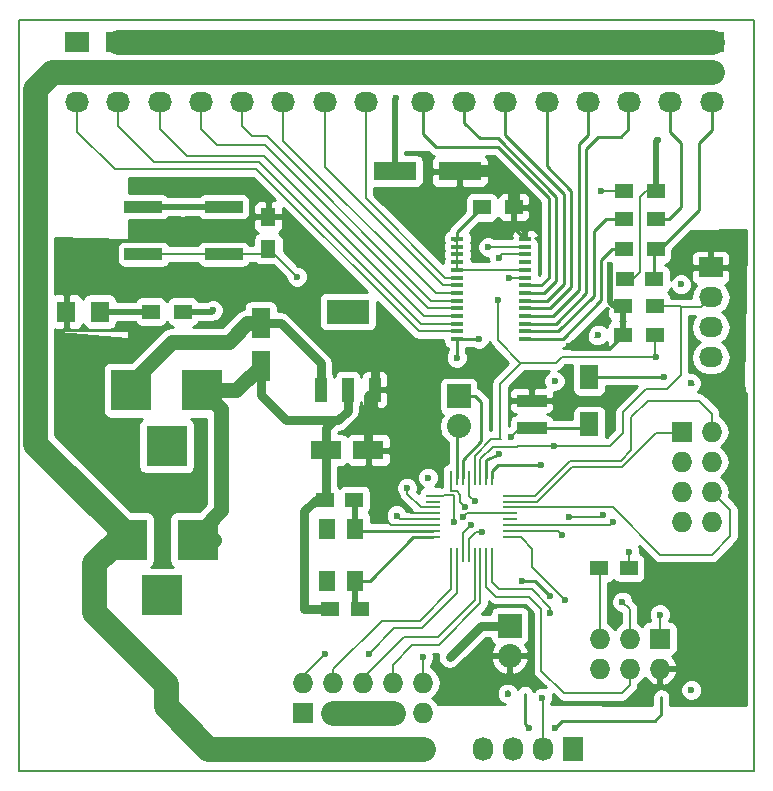
<source format=gtl>
G04 #@! TF.FileFunction,Copper,L1,Top,Signal*
%FSLAX46Y46*%
G04 Gerber Fmt 4.6, Leading zero omitted, Abs format (unit mm)*
G04 Created by KiCad (PCBNEW 4.0.1-stable) date 6/25/2016 6:05:23 PM*
%MOMM*%
G01*
G04 APERTURE LIST*
%ADD10C,0.100000*%
%ADD11C,0.150000*%
%ADD12R,1.600200X2.600960*%
%ADD13R,2.600960X1.600200*%
%ADD14R,1.600000X2.000000*%
%ADD15R,1.500000X1.250000*%
%ADD16R,3.599180X1.600200*%
%ADD17R,1.597660X1.800860*%
%ADD18R,1.200000X0.280000*%
%ADD19R,0.280000X1.200000*%
%ADD20R,2.540000X1.021080*%
%ADD21R,3.500120X3.500120*%
%ADD22R,2.032000X2.032000*%
%ADD23O,2.032000X2.032000*%
%ADD24R,1.727200X2.032000*%
%ADD25O,1.727200X2.032000*%
%ADD26R,1.727200X1.727200*%
%ADD27O,1.727200X1.727200*%
%ADD28R,1.100000X0.400000*%
%ADD29R,3.200000X1.000000*%
%ADD30R,1.399540X1.800860*%
%ADD31R,2.032000X1.727200*%
%ADD32O,2.032000X1.727200*%
%ADD33R,1.300000X1.500000*%
%ADD34R,1.500000X1.300000*%
%ADD35R,3.657600X2.032000*%
%ADD36R,1.016000X2.032000*%
%ADD37C,0.600000*%
%ADD38C,0.500000*%
%ADD39C,0.200000*%
%ADD40C,0.250000*%
%ADD41C,0.750000*%
%ADD42C,1.250000*%
%ADD43C,2.100000*%
%ADD44C,1.000000*%
%ADD45C,0.254000*%
G04 APERTURE END LIST*
D10*
D11*
X209804000Y-96139000D02*
X211328000Y-96139000D01*
X209804000Y-32512000D02*
X211328000Y-32512000D01*
X149098000Y-96139000D02*
X209804000Y-96139000D01*
X209804000Y-32512000D02*
X149098000Y-32512000D01*
X211328000Y-32512000D02*
X211328000Y-96139000D01*
X149098000Y-96139000D02*
X149098000Y-32512000D01*
D12*
X169545000Y-58206640D03*
X169545000Y-61808360D03*
D13*
X178648360Y-68961000D03*
X175046640Y-68961000D03*
D14*
X197358000Y-66770000D03*
X197358000Y-62770000D03*
D15*
X202862500Y-54483000D03*
X200362500Y-54483000D03*
D16*
X186392820Y-45339000D03*
X180891180Y-45339000D03*
D17*
X153075640Y-57213500D03*
X155915360Y-57213500D03*
D18*
X184138500Y-72799000D03*
X184138500Y-73299000D03*
X184138500Y-73799000D03*
X184138500Y-74299000D03*
X184138500Y-74799000D03*
X184138500Y-75299000D03*
X184138500Y-75799000D03*
X184138500Y-76299000D03*
D19*
X185638500Y-77799000D03*
X186138500Y-77799000D03*
X186638500Y-77799000D03*
X187138500Y-77799000D03*
X187638500Y-77799000D03*
X188138500Y-77799000D03*
X188638500Y-77799000D03*
X189138500Y-77799000D03*
D18*
X190638500Y-76299000D03*
X190638500Y-75799000D03*
X190638500Y-75299000D03*
X190638500Y-74799000D03*
X190638500Y-74299000D03*
X190638500Y-73799000D03*
X190638500Y-73299000D03*
X190638500Y-72799000D03*
D19*
X189138500Y-71299000D03*
X188638500Y-71299000D03*
X188138500Y-71299000D03*
X187638500Y-71299000D03*
X187138500Y-71299000D03*
X186638500Y-71299000D03*
X186138500Y-71299000D03*
X185638500Y-71299000D03*
D20*
X192468500Y-67058540D03*
X192468500Y-64767460D03*
D21*
X164569140Y-63881000D03*
X158569660Y-63881000D03*
X161569400Y-68580000D03*
D22*
X190627000Y-83820000D03*
D23*
X190627000Y-86360000D03*
D21*
X164188140Y-76517500D03*
X158188660Y-76517500D03*
X161188400Y-81216500D03*
D22*
X186309000Y-64389000D03*
D23*
X186309000Y-66929000D03*
D24*
X173101000Y-94234000D03*
D25*
X175641000Y-94234000D03*
X178181000Y-94234000D03*
X180721000Y-94234000D03*
X183261000Y-94234000D03*
D24*
X195961000Y-94234000D03*
D25*
X193421000Y-94234000D03*
X190881000Y-94234000D03*
X188341000Y-94234000D03*
D26*
X203327000Y-84899500D03*
D27*
X203327000Y-87439500D03*
X200787000Y-84899500D03*
X200787000Y-87439500D03*
X198247000Y-84899500D03*
X198247000Y-87439500D03*
D28*
X186189500Y-51083500D03*
X186189500Y-51733500D03*
X186189500Y-52383500D03*
X186189500Y-53033500D03*
X186189500Y-53683500D03*
X186189500Y-54333500D03*
X186189500Y-54983500D03*
X186189500Y-55633500D03*
X186189500Y-56283500D03*
X186189500Y-56933500D03*
X186189500Y-57583500D03*
X186189500Y-58233500D03*
X186189500Y-58883500D03*
X186189500Y-59533500D03*
X191889500Y-59533500D03*
X191889500Y-58883500D03*
X191889500Y-58233500D03*
X191889500Y-57583500D03*
X191889500Y-56933500D03*
X191889500Y-56283500D03*
X191889500Y-55633500D03*
X191889500Y-54983500D03*
X191889500Y-54333500D03*
X191889500Y-53683500D03*
X191889500Y-53033500D03*
X191889500Y-52383500D03*
X191889500Y-51733500D03*
X191889500Y-51083500D03*
D29*
X159604500Y-52355500D03*
X166404500Y-52355500D03*
X166404500Y-48355500D03*
X159604500Y-48355500D03*
D30*
X177538380Y-79987140D03*
X177538380Y-75587860D03*
X175140620Y-75587860D03*
X175140620Y-79987140D03*
D31*
X207645000Y-53467000D03*
D32*
X207645000Y-56007000D03*
X207645000Y-58547000D03*
X207645000Y-61087000D03*
D31*
X174942500Y-34417000D03*
D32*
X174942500Y-36957000D03*
X174942500Y-39497000D03*
D31*
X178435000Y-34417000D03*
D32*
X178435000Y-36957000D03*
X178435000Y-39497000D03*
D31*
X171450000Y-34417000D03*
D32*
X171450000Y-36957000D03*
X171450000Y-39497000D03*
D31*
X167957500Y-34417000D03*
D32*
X167957500Y-36957000D03*
X167957500Y-39497000D03*
D31*
X164465000Y-34417000D03*
D32*
X164465000Y-36957000D03*
X164465000Y-39497000D03*
D31*
X160972500Y-34417000D03*
D32*
X160972500Y-36957000D03*
X160972500Y-39497000D03*
D31*
X157480000Y-34417000D03*
D32*
X157480000Y-36957000D03*
X157480000Y-39497000D03*
D31*
X153987500Y-34417000D03*
D32*
X153987500Y-36957000D03*
X153987500Y-39497000D03*
D31*
X207708500Y-34417000D03*
D32*
X207708500Y-36957000D03*
X207708500Y-39497000D03*
D31*
X204216000Y-34417000D03*
D32*
X204216000Y-36957000D03*
X204216000Y-39497000D03*
D31*
X200723500Y-34417000D03*
D32*
X200723500Y-36957000D03*
X200723500Y-39497000D03*
D31*
X197231000Y-34417000D03*
D32*
X197231000Y-36957000D03*
X197231000Y-39497000D03*
D31*
X193738500Y-34417000D03*
D32*
X193738500Y-36957000D03*
X193738500Y-39497000D03*
D31*
X190246000Y-34417000D03*
D32*
X190246000Y-36957000D03*
X190246000Y-39497000D03*
D31*
X186753500Y-34417000D03*
D32*
X186753500Y-36957000D03*
X186753500Y-39497000D03*
D31*
X183261000Y-34417000D03*
D32*
X183261000Y-36957000D03*
X183261000Y-39497000D03*
D33*
X170180000Y-49196000D03*
X170180000Y-51896000D03*
D15*
X174962500Y-73152000D03*
X177462500Y-73152000D03*
X177907000Y-82359500D03*
X175407000Y-82359500D03*
X200703500Y-78930500D03*
X198203500Y-78930500D03*
D34*
X160257500Y-57213500D03*
X162957500Y-57213500D03*
X200199000Y-56769000D03*
X202899000Y-56769000D03*
X200199000Y-59182000D03*
X202899000Y-59182000D03*
X188261000Y-48387000D03*
X190961000Y-48387000D03*
X202962500Y-49403000D03*
X200262500Y-49403000D03*
X202962500Y-51943000D03*
X200262500Y-51943000D03*
X203026000Y-46990000D03*
X200326000Y-46990000D03*
D26*
X173101000Y-91186000D03*
D27*
X173101000Y-88646000D03*
X175641000Y-91186000D03*
X175641000Y-88646000D03*
X178181000Y-91186000D03*
X178181000Y-88646000D03*
X180721000Y-91186000D03*
X180721000Y-88646000D03*
X183261000Y-91186000D03*
X183261000Y-88646000D03*
D26*
X205168500Y-67373500D03*
D27*
X207708500Y-67373500D03*
X205168500Y-69913500D03*
X207708500Y-69913500D03*
X205168500Y-72453500D03*
X207708500Y-72453500D03*
X205168500Y-74993500D03*
X207708500Y-74993500D03*
D35*
X176911000Y-57213500D03*
D36*
X176911000Y-63817500D03*
X179197000Y-63817500D03*
X174625000Y-63817500D03*
D37*
X205994000Y-89255600D03*
X190449200Y-89560400D03*
X194411600Y-63093600D03*
X205130400Y-54914800D03*
X198120000Y-59182000D03*
X194056000Y-81330800D03*
X191617600Y-80060800D03*
X194411600Y-92506800D03*
X192278000Y-92506800D03*
X205943200Y-63296800D03*
X203657200Y-62738000D03*
X185521600Y-86461600D03*
X183692800Y-71272400D03*
X186690000Y-74625200D03*
X188010800Y-59537600D03*
X186131200Y-61112400D03*
X165506400Y-57099200D03*
X162915600Y-48355500D03*
X203149200Y-42672000D03*
X181000400Y-39166800D03*
X181927500Y-72136000D03*
X181038500Y-74485500D03*
X195630800Y-60096400D03*
X192735200Y-62636400D03*
X199085200Y-53238400D03*
X190195200Y-46126400D03*
X205333600Y-52019200D03*
X181356000Y-60642500D03*
X183515000Y-48895000D03*
X195021200Y-76098400D03*
X195630800Y-74574400D03*
X198526400Y-74472800D03*
X190703200Y-67818000D03*
X172618400Y-54254400D03*
X187642500Y-73279000D03*
X200723500Y-77533500D03*
X185928000Y-75057000D03*
X183261000Y-86487000D03*
X174942500Y-86233000D03*
X178689000Y-86169500D03*
X187325000Y-75247500D03*
X188277500Y-75882500D03*
X203327000Y-82867500D03*
X194056000Y-82740500D03*
X195262500Y-81597500D03*
X200152000Y-81788000D03*
X199390000Y-74993500D03*
X193230500Y-70231000D03*
X189738000Y-69278500D03*
X194373500Y-68580000D03*
X188785500Y-51752500D03*
X189738000Y-52641500D03*
X189611000Y-56261000D03*
X203009500Y-61023500D03*
X186817000Y-73723500D03*
X193357500Y-89916000D03*
X198374000Y-46990000D03*
X190563500Y-54356000D03*
D38*
X190500000Y-89509600D02*
X190449200Y-89560400D01*
D39*
X194462400Y-63296800D02*
X194462400Y-63144400D01*
X194462400Y-63144400D02*
X194411600Y-63093600D01*
X197866000Y-59385200D02*
X197916800Y-59385200D01*
X197916800Y-59385200D02*
X198120000Y-59182000D01*
D40*
X192735200Y-80010000D02*
X194056000Y-81330800D01*
X191668400Y-80010000D02*
X192735200Y-80010000D01*
X191617600Y-80060800D02*
X191668400Y-80010000D01*
X191922400Y-89560400D02*
X191922400Y-92151200D01*
X203454000Y-91287600D02*
X203454000Y-89865200D01*
X202895200Y-91846400D02*
X203454000Y-91287600D01*
X195072000Y-91846400D02*
X202895200Y-91846400D01*
X194411600Y-92506800D02*
X195072000Y-91846400D01*
X191922400Y-92151200D02*
X192278000Y-92506800D01*
D41*
X174625000Y-63817500D02*
X174625000Y-61595000D01*
X171236640Y-58206640D02*
X169545000Y-58206640D01*
X174625000Y-61595000D02*
X171236640Y-58206640D01*
D42*
X158569660Y-63235840D02*
X162052000Y-59753500D01*
X168361360Y-58206640D02*
X169545000Y-58206640D01*
X166814500Y-59753500D02*
X168361360Y-58206640D01*
X162052000Y-59753500D02*
X166814500Y-59753500D01*
X158569660Y-63881000D02*
X158569660Y-63235840D01*
D40*
X197358000Y-62770000D02*
X203625200Y-62770000D01*
X205994000Y-63347600D02*
X206146400Y-63347600D01*
X205943200Y-63296800D02*
X205994000Y-63347600D01*
X203625200Y-62770000D02*
X203657200Y-62738000D01*
D41*
X190627000Y-83820000D02*
X188163200Y-83820000D01*
X188163200Y-83820000D02*
X185521600Y-86461600D01*
D39*
X190638500Y-74299000D02*
X187016200Y-74299000D01*
X187016200Y-74299000D02*
X186690000Y-74625200D01*
D40*
X186189500Y-59533500D02*
X188006700Y-59533500D01*
X188006700Y-59533500D02*
X188010800Y-59537600D01*
X186189500Y-59533500D02*
X186189500Y-61054100D01*
X186189500Y-61054100D02*
X186131200Y-61112400D01*
D38*
X162957500Y-57213500D02*
X165392100Y-57213500D01*
X165392100Y-57213500D02*
X165506400Y-57099200D01*
X166404500Y-48355500D02*
X162915600Y-48355500D01*
X162915600Y-48355500D02*
X159604500Y-48355500D01*
D39*
X200362500Y-54483000D02*
X201041000Y-54483000D01*
X201041000Y-54483000D02*
X201625200Y-53898800D01*
X201625200Y-53898800D02*
X201625200Y-47548800D01*
X201625200Y-47548800D02*
X202184000Y-46990000D01*
X202184000Y-46990000D02*
X203026000Y-46990000D01*
D38*
X203026000Y-46990000D02*
X203026000Y-42795200D01*
X203026000Y-42795200D02*
X203149200Y-42672000D01*
X180891180Y-45339000D02*
X180891180Y-39276020D01*
X180891180Y-39276020D02*
X181000400Y-39166800D01*
D39*
X184138500Y-73799000D02*
X183082500Y-73799000D01*
X181927500Y-72644000D02*
X181927500Y-72136000D01*
X183082500Y-73799000D02*
X181927500Y-72644000D01*
X184138500Y-74799000D02*
X181352000Y-74799000D01*
X181352000Y-74799000D02*
X181038500Y-74485500D01*
D43*
X157480000Y-34417000D02*
X160972500Y-34417000D01*
X160972500Y-34417000D02*
X164465000Y-34417000D01*
X164465000Y-34417000D02*
X167957500Y-34417000D01*
X167957500Y-34417000D02*
X171450000Y-34417000D01*
X171450000Y-34417000D02*
X174942500Y-34417000D01*
X174942500Y-34417000D02*
X178435000Y-34417000D01*
X178435000Y-34417000D02*
X183261000Y-34417000D01*
X183261000Y-34417000D02*
X186753500Y-34417000D01*
X186753500Y-34417000D02*
X190246000Y-34417000D01*
X190246000Y-34417000D02*
X193738500Y-34417000D01*
X193738500Y-34417000D02*
X197231000Y-34417000D01*
X197231000Y-34417000D02*
X200723500Y-34417000D01*
X200723500Y-34417000D02*
X204216000Y-34417000D01*
X204216000Y-34417000D02*
X207772000Y-34417000D01*
D41*
X175407000Y-82359500D02*
X173228000Y-82359500D01*
X174180500Y-73152000D02*
X174962500Y-73152000D01*
X173228000Y-74104500D02*
X174180500Y-73152000D01*
X173228000Y-82359500D02*
X173228000Y-74104500D01*
X175046640Y-68961000D02*
X175046640Y-73067860D01*
X175046640Y-73067860D02*
X174962500Y-73152000D01*
X175046640Y-68961000D02*
X175046640Y-67078860D01*
X175046640Y-67078860D02*
X175704500Y-66421000D01*
X169545000Y-61808360D02*
X169545000Y-64262000D01*
X176911000Y-65595500D02*
X176911000Y-63817500D01*
X176085500Y-66421000D02*
X176911000Y-65595500D01*
X171704000Y-66421000D02*
X175704500Y-66421000D01*
X175704500Y-66421000D02*
X176085500Y-66421000D01*
X169545000Y-64262000D02*
X171704000Y-66421000D01*
D42*
X164696140Y-75524360D02*
X166179500Y-74041000D01*
X166179500Y-74041000D02*
X166179500Y-65491360D01*
D43*
X175641000Y-91186000D02*
X178181000Y-91186000D01*
X178181000Y-91186000D02*
X180721000Y-91186000D01*
D42*
X164696140Y-76581000D02*
X165544500Y-76581000D01*
X164696140Y-76581000D02*
X164696140Y-75524360D01*
X166179500Y-65491360D02*
X164569140Y-63881000D01*
X164569140Y-63881000D02*
X167472360Y-63881000D01*
X167472360Y-63881000D02*
X169545000Y-61808360D01*
D40*
X192468500Y-64767460D02*
X192468500Y-62903100D01*
X199030600Y-60350400D02*
X200199000Y-59182000D01*
X195884800Y-60350400D02*
X199030600Y-60350400D01*
X195630800Y-60096400D02*
X195884800Y-60350400D01*
X192468500Y-62903100D02*
X192735200Y-62636400D01*
D38*
X200199000Y-56769000D02*
X199466200Y-56769000D01*
X199466200Y-56769000D02*
X199085200Y-56388000D01*
X199085200Y-56388000D02*
X199085200Y-53238400D01*
D41*
X205384400Y-51968400D02*
X205333600Y-52019200D01*
X190195200Y-46126400D02*
X190169800Y-46151800D01*
X190169800Y-46151800D02*
X190195200Y-46126400D01*
X190195200Y-46126400D02*
X190195200Y-46177200D01*
D39*
X182245000Y-74231500D02*
X182245000Y-74168000D01*
X182312500Y-74299000D02*
X182245000Y-74231500D01*
X184138500Y-74299000D02*
X182312500Y-74299000D01*
X182245000Y-74168000D02*
X181800500Y-73723500D01*
X184138500Y-75299000D02*
X180582000Y-75299000D01*
X180149500Y-74866500D02*
X180149500Y-74803000D01*
X180582000Y-75299000D02*
X180149500Y-74866500D01*
D41*
X179197000Y-63817500D02*
X179197000Y-62039500D01*
X179197000Y-62039500D02*
X180594000Y-60642500D01*
X180594000Y-60642500D02*
X181356000Y-60642500D01*
X183515000Y-48895000D02*
X183578500Y-48831500D01*
X178648360Y-68961000D02*
X178648360Y-64366140D01*
X178648360Y-64366140D02*
X179197000Y-63817500D01*
D40*
X190961000Y-48387000D02*
X190961000Y-50155000D01*
X190961000Y-50155000D02*
X191889500Y-51083500D01*
D44*
X186392820Y-45339000D02*
X189357000Y-45339000D01*
X190961000Y-46943000D02*
X190961000Y-48387000D01*
X189357000Y-45339000D02*
X190195200Y-46177200D01*
X190195200Y-46177200D02*
X190961000Y-46943000D01*
D40*
X192468500Y-67058540D02*
X197069460Y-67058540D01*
X197069460Y-67058540D02*
X197358000Y-66770000D01*
D39*
X192468500Y-67058540D02*
X191462660Y-67058540D01*
X191462660Y-67058540D02*
X190703200Y-67818000D01*
X194721800Y-75799000D02*
X190638500Y-75799000D01*
X195021200Y-76098400D02*
X194721800Y-75799000D01*
X198424800Y-74574400D02*
X195630800Y-74574400D01*
X198526400Y-74472800D02*
X198424800Y-74574400D01*
X197069460Y-67058540D02*
X197358000Y-66770000D01*
D40*
X184138500Y-75799000D02*
X177749520Y-75799000D01*
X177749520Y-75799000D02*
X177538380Y-75587860D01*
D38*
X177538380Y-75587860D02*
X177538380Y-73227880D01*
X177538380Y-73227880D02*
X177462500Y-73152000D01*
D40*
X177538380Y-79987140D02*
X178775360Y-79987140D01*
X182463500Y-76299000D02*
X184138500Y-76299000D01*
X178775360Y-79987140D02*
X182463500Y-76299000D01*
D38*
X177538380Y-79987140D02*
X177538380Y-81990880D01*
X177538380Y-81990880D02*
X177907000Y-82359500D01*
D39*
X172618400Y-54254400D02*
X170260000Y-51896000D01*
X170260000Y-51896000D02*
X170180000Y-51896000D01*
X159604500Y-52355500D02*
X166404500Y-52355500D01*
X166404500Y-52355500D02*
X169720500Y-52355500D01*
X169720500Y-52355500D02*
X170180000Y-51896000D01*
X200703500Y-78930500D02*
X200703500Y-77553500D01*
X187138500Y-72838500D02*
X187138500Y-71299000D01*
X187642500Y-73279000D02*
X187138500Y-72838500D01*
X200703500Y-77553500D02*
X200723500Y-77533500D01*
X198247000Y-84899500D02*
X198247000Y-78974000D01*
X198247000Y-78974000D02*
X198203500Y-78930500D01*
D40*
X202962500Y-51943000D02*
X203327000Y-51943000D01*
X203327000Y-51943000D02*
X206629000Y-48641000D01*
X207708500Y-41846500D02*
X207708500Y-39497000D01*
X206629000Y-42926000D02*
X207708500Y-41846500D01*
X206629000Y-48641000D02*
X206629000Y-42926000D01*
X202862500Y-54483000D02*
X202862500Y-52043000D01*
X202862500Y-52043000D02*
X202962500Y-51943000D01*
D38*
X155915360Y-57213500D02*
X160257500Y-57213500D01*
D11*
X183261000Y-88646000D02*
X183261000Y-86487000D01*
X185864500Y-72771000D02*
X184138500Y-72799000D01*
X185928000Y-75057000D02*
X185864500Y-72771000D01*
X179768500Y-83375500D02*
X183007000Y-83375500D01*
X175641000Y-87503000D02*
X179768500Y-83375500D01*
X175641000Y-88646000D02*
X175641000Y-87503000D01*
X185638500Y-80744000D02*
X185638500Y-77799000D01*
X183007000Y-83375500D02*
X185638500Y-80744000D01*
X173101000Y-88646000D02*
X173101000Y-88074500D01*
X173101000Y-88074500D02*
X174942500Y-86233000D01*
X178689000Y-86169500D02*
X180848000Y-84010500D01*
X180848000Y-84010500D02*
X183197500Y-84010500D01*
X183197500Y-84010500D02*
X186138500Y-81069500D01*
X186138500Y-81069500D02*
X186138500Y-77799000D01*
D39*
X186638500Y-75934000D02*
X186638500Y-77799000D01*
X187325000Y-75247500D02*
X186638500Y-75934000D01*
D11*
X187138500Y-77799000D02*
X187138500Y-76513500D01*
X187769500Y-75882500D02*
X188277500Y-75882500D01*
X187138500Y-76513500D02*
X187769500Y-75882500D01*
X178181000Y-88646000D02*
X178181000Y-88265000D01*
X178181000Y-88265000D02*
X181673500Y-84772500D01*
X181673500Y-84772500D02*
X184531000Y-84772500D01*
X184531000Y-84772500D02*
X187638500Y-81665000D01*
X187638500Y-81665000D02*
X187638500Y-77799000D01*
X180721000Y-88646000D02*
X180721000Y-87122000D01*
X188138500Y-81927000D02*
X188138500Y-77799000D01*
X184594500Y-85471000D02*
X188138500Y-81927000D01*
X182372000Y-85471000D02*
X184594500Y-85471000D01*
X180721000Y-87122000D02*
X182372000Y-85471000D01*
D39*
X200787000Y-87439500D02*
X200787000Y-88836500D01*
X188638500Y-80498000D02*
X188638500Y-77799000D01*
X189484000Y-81343500D02*
X188638500Y-80498000D01*
X192214500Y-81343500D02*
X189484000Y-81343500D01*
X193294000Y-82423000D02*
X192214500Y-81343500D01*
X193294000Y-87630000D02*
X193294000Y-82423000D01*
X195199000Y-89535000D02*
X193294000Y-87630000D01*
X200088500Y-89535000D02*
X195199000Y-89535000D01*
X200787000Y-88836500D02*
X200088500Y-89535000D01*
X189138500Y-77799000D02*
X189138500Y-80109000D01*
X203327000Y-82867500D02*
X203327000Y-84899500D01*
X194056000Y-82296000D02*
X194056000Y-82740500D01*
X192468500Y-80708500D02*
X194056000Y-82296000D01*
X189738000Y-80708500D02*
X192468500Y-80708500D01*
X189138500Y-80109000D02*
X189738000Y-80708500D01*
X200787000Y-84899500D02*
X200787000Y-82423000D01*
X191579500Y-76327000D02*
X190666500Y-76327000D01*
X191706500Y-76454000D02*
X191579500Y-76327000D01*
X192532000Y-77279500D02*
X191706500Y-76454000D01*
X192532000Y-78867000D02*
X192532000Y-77279500D01*
X195262500Y-81597500D02*
X192532000Y-78867000D01*
X200787000Y-82423000D02*
X200152000Y-81788000D01*
X190666500Y-76327000D02*
X190638500Y-76299000D01*
X190638500Y-75299000D02*
X199084500Y-75299000D01*
X199084500Y-75299000D02*
X199390000Y-74993500D01*
X190638500Y-73799000D02*
X199338500Y-73799000D01*
X209296000Y-74041000D02*
X207708500Y-72453500D01*
X209296000Y-76200000D02*
X209296000Y-74041000D01*
X207708500Y-77787500D02*
X209296000Y-76200000D01*
X203327000Y-77787500D02*
X207708500Y-77787500D01*
X199338500Y-73799000D02*
X203327000Y-77787500D01*
X190638500Y-73299000D02*
X192956500Y-73299000D01*
X203009500Y-67500500D02*
X205041500Y-67500500D01*
X201231500Y-69278500D02*
X203009500Y-67500500D01*
X200152000Y-70358000D02*
X201231500Y-69278500D01*
X199917002Y-70358000D02*
X200152000Y-70358000D01*
X195897500Y-70358000D02*
X199917002Y-70358000D01*
X192956500Y-73299000D02*
X195897500Y-70358000D01*
X205041500Y-67500500D02*
X205168500Y-67373500D01*
X190638500Y-72799000D02*
X192758000Y-72799000D01*
X207708500Y-65849500D02*
X207708500Y-67373500D01*
X206629000Y-64770000D02*
X207708500Y-65849500D01*
X202311000Y-64770000D02*
X206629000Y-64770000D01*
X200914000Y-66167000D02*
X202311000Y-64770000D01*
X200914000Y-68961000D02*
X200914000Y-66167000D01*
X200025000Y-69850000D02*
X200914000Y-68961000D01*
X195707000Y-69850000D02*
X200025000Y-69850000D01*
X192758000Y-72799000D02*
X195707000Y-69850000D01*
D40*
X189138500Y-71299000D02*
X189138500Y-70703500D01*
X189138500Y-70703500D02*
X189611000Y-70231000D01*
X189611000Y-70231000D02*
X193230500Y-70231000D01*
X189738000Y-69278500D02*
X188638500Y-69806500D01*
X188638500Y-69806500D02*
X188638500Y-71299000D01*
D39*
X191889500Y-51733500D02*
X188804500Y-51733500D01*
X188785500Y-51752500D02*
X188804500Y-51733500D01*
X205105000Y-56832500D02*
X206819500Y-56832500D01*
X206819500Y-56832500D02*
X207645000Y-56007000D01*
X202899000Y-56769000D02*
X205041500Y-56769000D01*
X205041500Y-56769000D02*
X205105000Y-56832500D01*
X191325500Y-68580000D02*
X194373500Y-68580000D01*
X194373500Y-68580000D02*
X199136000Y-68580000D01*
X205105000Y-56832500D02*
X205168500Y-56769000D01*
X205105000Y-62611000D02*
X205105000Y-56832500D01*
X203962000Y-63754000D02*
X205105000Y-62611000D01*
X202184000Y-63754000D02*
X203962000Y-63754000D01*
X200215500Y-65722500D02*
X202184000Y-63754000D01*
X200215500Y-67500500D02*
X200215500Y-65722500D01*
X199136000Y-68580000D02*
X200215500Y-67500500D01*
X188138500Y-71299000D02*
X188138500Y-69671500D01*
X191262000Y-68643500D02*
X191325500Y-68580000D01*
X191325500Y-68580000D02*
X191389000Y-68516500D01*
X189166500Y-68643500D02*
X191262000Y-68643500D01*
X188138500Y-69671500D02*
X189166500Y-68643500D01*
X191516000Y-61531500D02*
X189611000Y-59626500D01*
X189996000Y-52383500D02*
X191889500Y-52383500D01*
X189738000Y-52641500D02*
X189996000Y-52383500D01*
X189611000Y-59626500D02*
X189611000Y-56261000D01*
X189801500Y-68008500D02*
X189801500Y-63309500D01*
X202899000Y-60913000D02*
X202899000Y-59182000D01*
X203009500Y-61023500D02*
X202899000Y-60913000D01*
X195008500Y-61023500D02*
X203009500Y-61023500D01*
X194500500Y-61531500D02*
X195008500Y-61023500D01*
X191579500Y-61531500D02*
X191516000Y-61531500D01*
X191516000Y-61531500D02*
X194500500Y-61531500D01*
X189801500Y-63309500D02*
X191579500Y-61531500D01*
X187638500Y-71299000D02*
X187638500Y-69409500D01*
X189039500Y-68008500D02*
X189801500Y-68008500D01*
X189801500Y-68008500D02*
X189865000Y-68008500D01*
X187638500Y-69409500D02*
X189039500Y-68008500D01*
D40*
X186638500Y-71299000D02*
X186638500Y-69774500D01*
X187706000Y-64389000D02*
X186309000Y-64389000D01*
X188214000Y-64897000D02*
X187706000Y-64389000D01*
X188214000Y-68199000D02*
X188214000Y-64897000D01*
X186638500Y-69774500D02*
X188214000Y-68199000D01*
X186138500Y-71299000D02*
X186138500Y-67099500D01*
X186138500Y-67099500D02*
X186309000Y-66929000D01*
D11*
X193421000Y-94234000D02*
X193421000Y-89979500D01*
X185638500Y-72362000D02*
X185638500Y-71299000D01*
X185610500Y-72390000D02*
X185638500Y-72362000D01*
X186118500Y-72390000D02*
X185610500Y-72390000D01*
X186436000Y-72707500D02*
X186118500Y-72390000D01*
X186436000Y-73342500D02*
X186436000Y-72707500D01*
X186817000Y-73723500D02*
X186436000Y-73342500D01*
X193421000Y-89979500D02*
X193357500Y-89916000D01*
D43*
X158188660Y-76517500D02*
X157416500Y-76517500D01*
X157416500Y-76517500D02*
X155397200Y-78536800D01*
X165100000Y-94234000D02*
X173101000Y-94234000D01*
X161493200Y-90627200D02*
X165100000Y-94234000D01*
X161493200Y-88747600D02*
X161493200Y-90627200D01*
X155397200Y-82651600D02*
X161493200Y-88747600D01*
X155397200Y-78536800D02*
X155397200Y-82651600D01*
X158188660Y-76517500D02*
X158188660Y-76146660D01*
X158188660Y-76146660D02*
X150431500Y-68389500D01*
X151828500Y-36957000D02*
X153987500Y-36957000D01*
X150431500Y-38354000D02*
X151828500Y-36957000D01*
X150431500Y-68389500D02*
X150431500Y-38354000D01*
X204216000Y-36957000D02*
X207708500Y-36957000D01*
X173101000Y-94234000D02*
X175641000Y-94234000D01*
X175641000Y-94234000D02*
X178181000Y-94234000D01*
X178181000Y-94234000D02*
X180721000Y-94234000D01*
X180721000Y-94234000D02*
X183261000Y-94234000D01*
X158188660Y-76517500D02*
X158188660Y-76400660D01*
X153987500Y-36957000D02*
X157480000Y-36957000D01*
X157480000Y-36957000D02*
X160972500Y-36957000D01*
X160972500Y-36957000D02*
X164465000Y-36957000D01*
X164465000Y-36957000D02*
X167957500Y-36957000D01*
X167957500Y-36957000D02*
X171450000Y-36957000D01*
X171450000Y-36957000D02*
X174942500Y-36957000D01*
X174942500Y-36957000D02*
X178435000Y-36957000D01*
X178435000Y-36957000D02*
X183261000Y-36957000D01*
X183261000Y-36957000D02*
X186753500Y-36957000D01*
X186753500Y-36957000D02*
X190246000Y-36957000D01*
X190246000Y-36957000D02*
X193738500Y-36957000D01*
X193738500Y-36957000D02*
X197231000Y-36957000D01*
X197231000Y-36957000D02*
X200723500Y-36957000D01*
X200723500Y-36957000D02*
X204216000Y-36957000D01*
D39*
X186189500Y-54333500D02*
X185143500Y-54333500D01*
X178435000Y-47625000D02*
X178435000Y-39497000D01*
X185143500Y-54333500D02*
X178435000Y-47625000D01*
X186189500Y-54983500D02*
X184968000Y-54983500D01*
X174942500Y-44958000D02*
X174942500Y-39497000D01*
X184968000Y-54983500D02*
X174942500Y-44958000D01*
X186189500Y-55633500D02*
X184348000Y-55633500D01*
X171450000Y-42735500D02*
X171450000Y-39497000D01*
X184348000Y-55633500D02*
X171450000Y-42735500D01*
X186189500Y-56283500D02*
X183982000Y-56283500D01*
X167957500Y-41529000D02*
X167957500Y-39497000D01*
X168783000Y-42354500D02*
X167957500Y-41529000D01*
X170053000Y-42354500D02*
X168783000Y-42354500D01*
X183982000Y-56283500D02*
X170053000Y-42354500D01*
X186189500Y-56933500D02*
X183679500Y-56933500D01*
X164465000Y-41783000D02*
X164465000Y-39497000D01*
X165798500Y-43116500D02*
X164465000Y-41783000D01*
X169862500Y-43116500D02*
X165798500Y-43116500D01*
X183679500Y-56933500D02*
X169862500Y-43116500D01*
X186189500Y-57583500D02*
X183377000Y-57583500D01*
X160972500Y-41719500D02*
X160972500Y-39497000D01*
X163258500Y-44005500D02*
X160972500Y-41719500D01*
X169799000Y-44005500D02*
X163258500Y-44005500D01*
X183377000Y-57583500D02*
X169799000Y-44005500D01*
X186189500Y-58233500D02*
X183074500Y-58233500D01*
X157480000Y-41529000D02*
X157480000Y-39497000D01*
X160528000Y-44577000D02*
X157480000Y-41529000D01*
X169418000Y-44577000D02*
X160528000Y-44577000D01*
X183074500Y-58233500D02*
X169418000Y-44577000D01*
X186189500Y-58883500D02*
X182899000Y-58883500D01*
X153987500Y-41973500D02*
X153987500Y-39497000D01*
X157162500Y-45148500D02*
X153987500Y-41973500D01*
X169164000Y-45148500D02*
X157162500Y-45148500D01*
X182899000Y-58883500D02*
X169164000Y-45148500D01*
D40*
X202962500Y-49403000D02*
X204089000Y-49403000D01*
X204216000Y-42037000D02*
X204216000Y-39497000D01*
X205105000Y-42926000D02*
X204216000Y-42037000D01*
X205105000Y-48387000D02*
X205105000Y-42926000D01*
X204089000Y-49403000D02*
X205105000Y-48387000D01*
X191889500Y-58233500D02*
X194496500Y-58233500D01*
X200660000Y-41783000D02*
X200660000Y-39560500D01*
X200025000Y-42418000D02*
X200660000Y-41783000D01*
X198120000Y-42418000D02*
X200025000Y-42418000D01*
X197104000Y-43434000D02*
X198120000Y-42418000D01*
X197104000Y-55626000D02*
X197104000Y-43434000D01*
X194496500Y-58233500D02*
X197104000Y-55626000D01*
X200660000Y-39560500D02*
X200723500Y-39497000D01*
X191889500Y-57583500D02*
X194257500Y-57583500D01*
X197231000Y-42291000D02*
X197231000Y-39497000D01*
X196469000Y-43053000D02*
X197231000Y-42291000D01*
X196469000Y-55372000D02*
X196469000Y-43053000D01*
X194257500Y-57583500D02*
X196469000Y-55372000D01*
X191889500Y-56933500D02*
X194018500Y-56933500D01*
X193738500Y-44894500D02*
X193738500Y-39497000D01*
X195834000Y-46990000D02*
X193738500Y-44894500D01*
X195834000Y-55118000D02*
X195834000Y-46990000D01*
X194018500Y-56933500D02*
X195834000Y-55118000D01*
X191889500Y-56283500D02*
X193779500Y-56283500D01*
X190246000Y-42291000D02*
X190246000Y-39497000D01*
X195199000Y-47244000D02*
X190246000Y-42291000D01*
X195199000Y-54864000D02*
X195199000Y-47244000D01*
X193779500Y-56283500D02*
X195199000Y-54864000D01*
X191889500Y-55633500D02*
X193540500Y-55633500D01*
X186753500Y-41211500D02*
X186753500Y-39497000D01*
X188087000Y-42545000D02*
X186753500Y-41211500D01*
X189611000Y-42545000D02*
X188087000Y-42545000D01*
X194564000Y-47498000D02*
X189611000Y-42545000D01*
X194564000Y-54610000D02*
X194564000Y-47498000D01*
X193540500Y-55633500D02*
X194564000Y-54610000D01*
X191889500Y-54983500D02*
X193301500Y-54983500D01*
X183261000Y-42164000D02*
X183261000Y-39497000D01*
X184404000Y-43307000D02*
X183261000Y-42164000D01*
X189611000Y-43307000D02*
X184404000Y-43307000D01*
X193929000Y-47625000D02*
X189611000Y-43307000D01*
X193929000Y-54356000D02*
X193929000Y-47625000D01*
X193301500Y-54983500D02*
X193929000Y-54356000D01*
X191889500Y-59533500D02*
X195101500Y-59533500D01*
X199263000Y-51943000D02*
X200262500Y-51943000D01*
X198374000Y-52832000D02*
X199263000Y-51943000D01*
X198374000Y-56261000D02*
X198374000Y-52832000D01*
X195101500Y-59533500D02*
X198374000Y-56261000D01*
X191889500Y-58883500D02*
X194735500Y-58883500D01*
X198755000Y-49403000D02*
X200262500Y-49403000D01*
X197739000Y-50419000D02*
X198755000Y-49403000D01*
X197739000Y-55880000D02*
X197739000Y-50419000D01*
X194735500Y-58883500D02*
X197739000Y-55880000D01*
D11*
X191889500Y-54333500D02*
X190649500Y-54333500D01*
X198374000Y-46990000D02*
X200326000Y-46990000D01*
X190627000Y-54356000D02*
X190563500Y-54356000D01*
X190649500Y-54333500D02*
X190627000Y-54356000D01*
D40*
X186189500Y-51083500D02*
X186189500Y-50458500D01*
X186189500Y-50458500D02*
X188261000Y-48387000D01*
D11*
X191889500Y-53683500D02*
X186189500Y-53683500D01*
X186189500Y-53683500D02*
X186189500Y-53033500D01*
X186189500Y-53033500D02*
X186189500Y-52383500D01*
X186189500Y-52383500D02*
X186189500Y-51733500D01*
X186189500Y-51733500D02*
X186189500Y-51083500D01*
X186189500Y-51083500D02*
X186028500Y-51244500D01*
D45*
G36*
X210618000Y-51261840D02*
X210342147Y-63491287D01*
X210351036Y-63540910D01*
X210378531Y-63583165D01*
X210420300Y-63611395D01*
X210464089Y-63621052D01*
X210488884Y-63622034D01*
X210486066Y-63998952D01*
X210495702Y-64048436D01*
X210523830Y-64090272D01*
X210566020Y-64117868D01*
X210615621Y-64126876D01*
X210618000Y-64126344D01*
X210618000Y-90500200D01*
X210413980Y-90500200D01*
X210364570Y-90510206D01*
X210322945Y-90538647D01*
X210315272Y-90550571D01*
X204214000Y-90524044D01*
X204214000Y-89865200D01*
X204156148Y-89574361D01*
X204066884Y-89440767D01*
X205058838Y-89440767D01*
X205200883Y-89784543D01*
X205463673Y-90047792D01*
X205807201Y-90190438D01*
X206179167Y-90190762D01*
X206522943Y-90048717D01*
X206786192Y-89785927D01*
X206928838Y-89442399D01*
X206929162Y-89070433D01*
X206787117Y-88726657D01*
X206524327Y-88463408D01*
X206180799Y-88320762D01*
X205808833Y-88320438D01*
X205465057Y-88462483D01*
X205201808Y-88725273D01*
X205059162Y-89068801D01*
X205058838Y-89440767D01*
X204066884Y-89440767D01*
X203991401Y-89327799D01*
X203744839Y-89163052D01*
X203454000Y-89105200D01*
X203163161Y-89163052D01*
X202916599Y-89327799D01*
X202751852Y-89574361D01*
X202694000Y-89865200D01*
X202694000Y-90517435D01*
X194131000Y-90480205D01*
X194131000Y-90464986D01*
X194149692Y-90446327D01*
X194292338Y-90102799D01*
X194292662Y-89730833D01*
X194248496Y-89623943D01*
X194679277Y-90054724D01*
X194917728Y-90214051D01*
X195199000Y-90270000D01*
X200088500Y-90270000D01*
X200369772Y-90214051D01*
X200608223Y-90054723D01*
X201306723Y-89356224D01*
X201466051Y-89117772D01*
X201483220Y-89031457D01*
X201522000Y-88836500D01*
X201522000Y-88745467D01*
X201846670Y-88528529D01*
X202062664Y-88205272D01*
X202120179Y-88327990D01*
X202552053Y-88722188D01*
X202967974Y-88894458D01*
X203200000Y-88773317D01*
X203200000Y-87566500D01*
X203454000Y-87566500D01*
X203454000Y-88773317D01*
X203686026Y-88894458D01*
X204101947Y-88722188D01*
X204533821Y-88327990D01*
X204781968Y-87798527D01*
X204661469Y-87566500D01*
X203454000Y-87566500D01*
X203200000Y-87566500D01*
X203180000Y-87566500D01*
X203180000Y-87312500D01*
X203200000Y-87312500D01*
X203200000Y-87292500D01*
X203454000Y-87292500D01*
X203454000Y-87312500D01*
X204661469Y-87312500D01*
X204781968Y-87080473D01*
X204533821Y-86551010D01*
X204347567Y-86381005D01*
X204425917Y-86366262D01*
X204642041Y-86227190D01*
X204787031Y-86014990D01*
X204838040Y-85763100D01*
X204838040Y-84035900D01*
X204793762Y-83800583D01*
X204654690Y-83584459D01*
X204442490Y-83439469D01*
X204190600Y-83388460D01*
X204123082Y-83388460D01*
X204261838Y-83054299D01*
X204262162Y-82682333D01*
X204120117Y-82338557D01*
X203857327Y-82075308D01*
X203513799Y-81932662D01*
X203141833Y-81932338D01*
X202798057Y-82074383D01*
X202534808Y-82337173D01*
X202392162Y-82680701D01*
X202391838Y-83052667D01*
X202530584Y-83388460D01*
X202463400Y-83388460D01*
X202228083Y-83432738D01*
X202011959Y-83571810D01*
X201866969Y-83784010D01*
X201858136Y-83827631D01*
X201846670Y-83810471D01*
X201522000Y-83593533D01*
X201522000Y-82423000D01*
X201466051Y-82141728D01*
X201432022Y-82090800D01*
X201306724Y-81903277D01*
X201087092Y-81683645D01*
X201087162Y-81602833D01*
X200945117Y-81259057D01*
X200682327Y-80995808D01*
X200338799Y-80853162D01*
X199966833Y-80852838D01*
X199623057Y-80994883D01*
X199359808Y-81257673D01*
X199217162Y-81601201D01*
X199216838Y-81973167D01*
X199358883Y-82316943D01*
X199621673Y-82580192D01*
X199965201Y-82722838D01*
X200047463Y-82722910D01*
X200052000Y-82727447D01*
X200052000Y-83593533D01*
X199727330Y-83810471D01*
X199517000Y-84125252D01*
X199306670Y-83810471D01*
X198982000Y-83593533D01*
X198982000Y-80197577D01*
X199188817Y-80158662D01*
X199404941Y-80019590D01*
X199452634Y-79949789D01*
X199489410Y-80006941D01*
X199701610Y-80151931D01*
X199953500Y-80202940D01*
X201453500Y-80202940D01*
X201688817Y-80158662D01*
X201904941Y-80019590D01*
X202049931Y-79807390D01*
X202100940Y-79555500D01*
X202100940Y-78305500D01*
X202056662Y-78070183D01*
X201917590Y-77854059D01*
X201705390Y-77709069D01*
X201658356Y-77699544D01*
X201658662Y-77348333D01*
X201525071Y-77025018D01*
X202807277Y-78307224D01*
X202962256Y-78410777D01*
X203045728Y-78466551D01*
X203327000Y-78522500D01*
X207708500Y-78522500D01*
X207989772Y-78466551D01*
X208228223Y-78307223D01*
X209815723Y-76719724D01*
X209975051Y-76481272D01*
X209980531Y-76453723D01*
X210031000Y-76200000D01*
X210031000Y-74041000D01*
X209975051Y-73759728D01*
X209930671Y-73693308D01*
X209815723Y-73521276D01*
X209155410Y-72860963D01*
X209236459Y-72453500D01*
X209122385Y-71880011D01*
X208797529Y-71393830D01*
X208482748Y-71183500D01*
X208797529Y-70973170D01*
X209122385Y-70486989D01*
X209236459Y-69913500D01*
X209122385Y-69340011D01*
X208797529Y-68853830D01*
X208482748Y-68643500D01*
X208797529Y-68433170D01*
X209122385Y-67946989D01*
X209236459Y-67373500D01*
X209122385Y-66800011D01*
X208797529Y-66313830D01*
X208443500Y-66077275D01*
X208443500Y-65849500D01*
X208387551Y-65568228D01*
X208354063Y-65518110D01*
X208228224Y-65329777D01*
X207148723Y-64250277D01*
X206910272Y-64090949D01*
X206905084Y-64089917D01*
X206629000Y-64035000D01*
X206527156Y-64035000D01*
X206664494Y-63897902D01*
X206683801Y-63885001D01*
X206696589Y-63865862D01*
X206735392Y-63827127D01*
X206756604Y-63776044D01*
X206848548Y-63638439D01*
X206906400Y-63347600D01*
X206878280Y-63206230D01*
X206878362Y-63111633D01*
X206736317Y-62767857D01*
X206473527Y-62504608D01*
X206129999Y-62361962D01*
X205840000Y-62361709D01*
X205840000Y-57567500D01*
X206347017Y-57567500D01*
X206075729Y-57973511D01*
X205961655Y-58547000D01*
X206075729Y-59120489D01*
X206400585Y-59606670D01*
X206715366Y-59817000D01*
X206400585Y-60027330D01*
X206075729Y-60513511D01*
X205961655Y-61087000D01*
X206075729Y-61660489D01*
X206400585Y-62146670D01*
X206886766Y-62471526D01*
X207460255Y-62585600D01*
X207829745Y-62585600D01*
X208403234Y-62471526D01*
X208889415Y-62146670D01*
X209214271Y-61660489D01*
X209328345Y-61087000D01*
X209214271Y-60513511D01*
X208889415Y-60027330D01*
X208574634Y-59817000D01*
X208889415Y-59606670D01*
X209214271Y-59120489D01*
X209328345Y-58547000D01*
X209214271Y-57973511D01*
X208889415Y-57487330D01*
X208574634Y-57277000D01*
X208889415Y-57066670D01*
X209214271Y-56580489D01*
X209328345Y-56007000D01*
X209214271Y-55433511D01*
X208889415Y-54947330D01*
X208867220Y-54932500D01*
X209020698Y-54868927D01*
X209199327Y-54690299D01*
X209296000Y-54456910D01*
X209296000Y-53752750D01*
X209137250Y-53594000D01*
X207772000Y-53594000D01*
X207772000Y-53614000D01*
X207518000Y-53614000D01*
X207518000Y-53594000D01*
X206152750Y-53594000D01*
X205994000Y-53752750D01*
X205994000Y-54456910D01*
X206090673Y-54690299D01*
X206269302Y-54868927D01*
X206422780Y-54932500D01*
X206400585Y-54947330D01*
X206075729Y-55433511D01*
X205961655Y-56007000D01*
X205979657Y-56097500D01*
X205461074Y-56097500D01*
X205449773Y-56089949D01*
X205168500Y-56034000D01*
X205105000Y-56046631D01*
X205041500Y-56034000D01*
X204280446Y-56034000D01*
X204252162Y-55883683D01*
X204113090Y-55667559D01*
X204017296Y-55602106D01*
X204063941Y-55572090D01*
X204208931Y-55359890D01*
X204239751Y-55207697D01*
X204337283Y-55443743D01*
X204600073Y-55706992D01*
X204943601Y-55849638D01*
X205315567Y-55849962D01*
X205659343Y-55707917D01*
X205922592Y-55445127D01*
X206065238Y-55101599D01*
X206065562Y-54729633D01*
X205923517Y-54385857D01*
X205660727Y-54122608D01*
X205317199Y-53979962D01*
X204945233Y-53979638D01*
X204601457Y-54121683D01*
X204338208Y-54384473D01*
X204259940Y-54572962D01*
X204259940Y-53858000D01*
X204215662Y-53622683D01*
X204076590Y-53406559D01*
X203864390Y-53261569D01*
X203737149Y-53235802D01*
X203947817Y-53196162D01*
X204163941Y-53057090D01*
X204308931Y-52844890D01*
X204359940Y-52593000D01*
X204359940Y-52477090D01*
X205994000Y-52477090D01*
X205994000Y-53181250D01*
X206152750Y-53340000D01*
X207518000Y-53340000D01*
X207518000Y-52127150D01*
X207772000Y-52127150D01*
X207772000Y-53340000D01*
X209137250Y-53340000D01*
X209296000Y-53181250D01*
X209296000Y-52477090D01*
X209199327Y-52243701D01*
X209020698Y-52065073D01*
X208787309Y-51968400D01*
X207930750Y-51968400D01*
X207772000Y-52127150D01*
X207518000Y-52127150D01*
X207359250Y-51968400D01*
X206502691Y-51968400D01*
X206269302Y-52065073D01*
X206090673Y-52243701D01*
X205994000Y-52477090D01*
X204359940Y-52477090D01*
X204359940Y-51984862D01*
X205930604Y-50414198D01*
X210618000Y-50320450D01*
X210618000Y-51261840D01*
X210618000Y-51261840D01*
G37*
X210618000Y-51261840D02*
X210342147Y-63491287D01*
X210351036Y-63540910D01*
X210378531Y-63583165D01*
X210420300Y-63611395D01*
X210464089Y-63621052D01*
X210488884Y-63622034D01*
X210486066Y-63998952D01*
X210495702Y-64048436D01*
X210523830Y-64090272D01*
X210566020Y-64117868D01*
X210615621Y-64126876D01*
X210618000Y-64126344D01*
X210618000Y-90500200D01*
X210413980Y-90500200D01*
X210364570Y-90510206D01*
X210322945Y-90538647D01*
X210315272Y-90550571D01*
X204214000Y-90524044D01*
X204214000Y-89865200D01*
X204156148Y-89574361D01*
X204066884Y-89440767D01*
X205058838Y-89440767D01*
X205200883Y-89784543D01*
X205463673Y-90047792D01*
X205807201Y-90190438D01*
X206179167Y-90190762D01*
X206522943Y-90048717D01*
X206786192Y-89785927D01*
X206928838Y-89442399D01*
X206929162Y-89070433D01*
X206787117Y-88726657D01*
X206524327Y-88463408D01*
X206180799Y-88320762D01*
X205808833Y-88320438D01*
X205465057Y-88462483D01*
X205201808Y-88725273D01*
X205059162Y-89068801D01*
X205058838Y-89440767D01*
X204066884Y-89440767D01*
X203991401Y-89327799D01*
X203744839Y-89163052D01*
X203454000Y-89105200D01*
X203163161Y-89163052D01*
X202916599Y-89327799D01*
X202751852Y-89574361D01*
X202694000Y-89865200D01*
X202694000Y-90517435D01*
X194131000Y-90480205D01*
X194131000Y-90464986D01*
X194149692Y-90446327D01*
X194292338Y-90102799D01*
X194292662Y-89730833D01*
X194248496Y-89623943D01*
X194679277Y-90054724D01*
X194917728Y-90214051D01*
X195199000Y-90270000D01*
X200088500Y-90270000D01*
X200369772Y-90214051D01*
X200608223Y-90054723D01*
X201306723Y-89356224D01*
X201466051Y-89117772D01*
X201483220Y-89031457D01*
X201522000Y-88836500D01*
X201522000Y-88745467D01*
X201846670Y-88528529D01*
X202062664Y-88205272D01*
X202120179Y-88327990D01*
X202552053Y-88722188D01*
X202967974Y-88894458D01*
X203200000Y-88773317D01*
X203200000Y-87566500D01*
X203454000Y-87566500D01*
X203454000Y-88773317D01*
X203686026Y-88894458D01*
X204101947Y-88722188D01*
X204533821Y-88327990D01*
X204781968Y-87798527D01*
X204661469Y-87566500D01*
X203454000Y-87566500D01*
X203200000Y-87566500D01*
X203180000Y-87566500D01*
X203180000Y-87312500D01*
X203200000Y-87312500D01*
X203200000Y-87292500D01*
X203454000Y-87292500D01*
X203454000Y-87312500D01*
X204661469Y-87312500D01*
X204781968Y-87080473D01*
X204533821Y-86551010D01*
X204347567Y-86381005D01*
X204425917Y-86366262D01*
X204642041Y-86227190D01*
X204787031Y-86014990D01*
X204838040Y-85763100D01*
X204838040Y-84035900D01*
X204793762Y-83800583D01*
X204654690Y-83584459D01*
X204442490Y-83439469D01*
X204190600Y-83388460D01*
X204123082Y-83388460D01*
X204261838Y-83054299D01*
X204262162Y-82682333D01*
X204120117Y-82338557D01*
X203857327Y-82075308D01*
X203513799Y-81932662D01*
X203141833Y-81932338D01*
X202798057Y-82074383D01*
X202534808Y-82337173D01*
X202392162Y-82680701D01*
X202391838Y-83052667D01*
X202530584Y-83388460D01*
X202463400Y-83388460D01*
X202228083Y-83432738D01*
X202011959Y-83571810D01*
X201866969Y-83784010D01*
X201858136Y-83827631D01*
X201846670Y-83810471D01*
X201522000Y-83593533D01*
X201522000Y-82423000D01*
X201466051Y-82141728D01*
X201432022Y-82090800D01*
X201306724Y-81903277D01*
X201087092Y-81683645D01*
X201087162Y-81602833D01*
X200945117Y-81259057D01*
X200682327Y-80995808D01*
X200338799Y-80853162D01*
X199966833Y-80852838D01*
X199623057Y-80994883D01*
X199359808Y-81257673D01*
X199217162Y-81601201D01*
X199216838Y-81973167D01*
X199358883Y-82316943D01*
X199621673Y-82580192D01*
X199965201Y-82722838D01*
X200047463Y-82722910D01*
X200052000Y-82727447D01*
X200052000Y-83593533D01*
X199727330Y-83810471D01*
X199517000Y-84125252D01*
X199306670Y-83810471D01*
X198982000Y-83593533D01*
X198982000Y-80197577D01*
X199188817Y-80158662D01*
X199404941Y-80019590D01*
X199452634Y-79949789D01*
X199489410Y-80006941D01*
X199701610Y-80151931D01*
X199953500Y-80202940D01*
X201453500Y-80202940D01*
X201688817Y-80158662D01*
X201904941Y-80019590D01*
X202049931Y-79807390D01*
X202100940Y-79555500D01*
X202100940Y-78305500D01*
X202056662Y-78070183D01*
X201917590Y-77854059D01*
X201705390Y-77709069D01*
X201658356Y-77699544D01*
X201658662Y-77348333D01*
X201525071Y-77025018D01*
X202807277Y-78307224D01*
X202962256Y-78410777D01*
X203045728Y-78466551D01*
X203327000Y-78522500D01*
X207708500Y-78522500D01*
X207989772Y-78466551D01*
X208228223Y-78307223D01*
X209815723Y-76719724D01*
X209975051Y-76481272D01*
X209980531Y-76453723D01*
X210031000Y-76200000D01*
X210031000Y-74041000D01*
X209975051Y-73759728D01*
X209930671Y-73693308D01*
X209815723Y-73521276D01*
X209155410Y-72860963D01*
X209236459Y-72453500D01*
X209122385Y-71880011D01*
X208797529Y-71393830D01*
X208482748Y-71183500D01*
X208797529Y-70973170D01*
X209122385Y-70486989D01*
X209236459Y-69913500D01*
X209122385Y-69340011D01*
X208797529Y-68853830D01*
X208482748Y-68643500D01*
X208797529Y-68433170D01*
X209122385Y-67946989D01*
X209236459Y-67373500D01*
X209122385Y-66800011D01*
X208797529Y-66313830D01*
X208443500Y-66077275D01*
X208443500Y-65849500D01*
X208387551Y-65568228D01*
X208354063Y-65518110D01*
X208228224Y-65329777D01*
X207148723Y-64250277D01*
X206910272Y-64090949D01*
X206905084Y-64089917D01*
X206629000Y-64035000D01*
X206527156Y-64035000D01*
X206664494Y-63897902D01*
X206683801Y-63885001D01*
X206696589Y-63865862D01*
X206735392Y-63827127D01*
X206756604Y-63776044D01*
X206848548Y-63638439D01*
X206906400Y-63347600D01*
X206878280Y-63206230D01*
X206878362Y-63111633D01*
X206736317Y-62767857D01*
X206473527Y-62504608D01*
X206129999Y-62361962D01*
X205840000Y-62361709D01*
X205840000Y-57567500D01*
X206347017Y-57567500D01*
X206075729Y-57973511D01*
X205961655Y-58547000D01*
X206075729Y-59120489D01*
X206400585Y-59606670D01*
X206715366Y-59817000D01*
X206400585Y-60027330D01*
X206075729Y-60513511D01*
X205961655Y-61087000D01*
X206075729Y-61660489D01*
X206400585Y-62146670D01*
X206886766Y-62471526D01*
X207460255Y-62585600D01*
X207829745Y-62585600D01*
X208403234Y-62471526D01*
X208889415Y-62146670D01*
X209214271Y-61660489D01*
X209328345Y-61087000D01*
X209214271Y-60513511D01*
X208889415Y-60027330D01*
X208574634Y-59817000D01*
X208889415Y-59606670D01*
X209214271Y-59120489D01*
X209328345Y-58547000D01*
X209214271Y-57973511D01*
X208889415Y-57487330D01*
X208574634Y-57277000D01*
X208889415Y-57066670D01*
X209214271Y-56580489D01*
X209328345Y-56007000D01*
X209214271Y-55433511D01*
X208889415Y-54947330D01*
X208867220Y-54932500D01*
X209020698Y-54868927D01*
X209199327Y-54690299D01*
X209296000Y-54456910D01*
X209296000Y-53752750D01*
X209137250Y-53594000D01*
X207772000Y-53594000D01*
X207772000Y-53614000D01*
X207518000Y-53614000D01*
X207518000Y-53594000D01*
X206152750Y-53594000D01*
X205994000Y-53752750D01*
X205994000Y-54456910D01*
X206090673Y-54690299D01*
X206269302Y-54868927D01*
X206422780Y-54932500D01*
X206400585Y-54947330D01*
X206075729Y-55433511D01*
X205961655Y-56007000D01*
X205979657Y-56097500D01*
X205461074Y-56097500D01*
X205449773Y-56089949D01*
X205168500Y-56034000D01*
X205105000Y-56046631D01*
X205041500Y-56034000D01*
X204280446Y-56034000D01*
X204252162Y-55883683D01*
X204113090Y-55667559D01*
X204017296Y-55602106D01*
X204063941Y-55572090D01*
X204208931Y-55359890D01*
X204239751Y-55207697D01*
X204337283Y-55443743D01*
X204600073Y-55706992D01*
X204943601Y-55849638D01*
X205315567Y-55849962D01*
X205659343Y-55707917D01*
X205922592Y-55445127D01*
X206065238Y-55101599D01*
X206065562Y-54729633D01*
X205923517Y-54385857D01*
X205660727Y-54122608D01*
X205317199Y-53979962D01*
X204945233Y-53979638D01*
X204601457Y-54121683D01*
X204338208Y-54384473D01*
X204259940Y-54572962D01*
X204259940Y-53858000D01*
X204215662Y-53622683D01*
X204076590Y-53406559D01*
X203864390Y-53261569D01*
X203737149Y-53235802D01*
X203947817Y-53196162D01*
X204163941Y-53057090D01*
X204308931Y-52844890D01*
X204359940Y-52593000D01*
X204359940Y-52477090D01*
X205994000Y-52477090D01*
X205994000Y-53181250D01*
X206152750Y-53340000D01*
X207518000Y-53340000D01*
X207518000Y-52127150D01*
X207772000Y-52127150D01*
X207772000Y-53340000D01*
X209137250Y-53340000D01*
X209296000Y-53181250D01*
X209296000Y-52477090D01*
X209199327Y-52243701D01*
X209020698Y-52065073D01*
X208787309Y-51968400D01*
X207930750Y-51968400D01*
X207772000Y-52127150D01*
X207518000Y-52127150D01*
X207359250Y-51968400D01*
X206502691Y-51968400D01*
X206269302Y-52065073D01*
X206090673Y-52243701D01*
X205994000Y-52477090D01*
X204359940Y-52477090D01*
X204359940Y-51984862D01*
X205930604Y-50414198D01*
X210618000Y-50320450D01*
X210618000Y-51261840D01*
G36*
X188964277Y-81863224D02*
X189191020Y-82014728D01*
X189202728Y-82022551D01*
X189484000Y-82078500D01*
X191910054Y-82078500D01*
X192559000Y-82727447D01*
X192559000Y-87630000D01*
X192614949Y-87911272D01*
X192774277Y-88149723D01*
X193649327Y-89024774D01*
X193544299Y-88981162D01*
X193172333Y-88980838D01*
X192828557Y-89122883D01*
X192634004Y-89317097D01*
X192624548Y-89269561D01*
X192459801Y-89022999D01*
X192213239Y-88858252D01*
X191922400Y-88800400D01*
X191631561Y-88858252D01*
X191384999Y-89022999D01*
X191301895Y-89147373D01*
X191271281Y-89101555D01*
X191242317Y-89031457D01*
X191188260Y-88977306D01*
X191125789Y-88883811D01*
X191033111Y-88821886D01*
X190979527Y-88768208D01*
X190908862Y-88738865D01*
X190838674Y-88691967D01*
X190756604Y-88675642D01*
X190635999Y-88625562D01*
X190504264Y-88625447D01*
X190500000Y-88624599D01*
X190495773Y-88625440D01*
X190264033Y-88625238D01*
X189920257Y-88767283D01*
X189657008Y-89030073D01*
X189514362Y-89373601D01*
X189514038Y-89745567D01*
X189656083Y-90089343D01*
X189918873Y-90352592D01*
X190184878Y-90463048D01*
X184548901Y-90438543D01*
X184320670Y-90096971D01*
X184049828Y-89916000D01*
X184320670Y-89735029D01*
X184645526Y-89248848D01*
X184759600Y-88675359D01*
X184759600Y-88616641D01*
X184645526Y-88043152D01*
X184320670Y-87556971D01*
X183971000Y-87323329D01*
X183971000Y-87099376D01*
X184053192Y-87017327D01*
X184195838Y-86673799D01*
X184196162Y-86301833D01*
X184146235Y-86181000D01*
X184567415Y-86181000D01*
X184511600Y-86461600D01*
X184588482Y-86848110D01*
X184807422Y-87175778D01*
X185135090Y-87394718D01*
X185521600Y-87471600D01*
X185908110Y-87394718D01*
X186235778Y-87175778D01*
X186668612Y-86742944D01*
X189021025Y-86742944D01*
X189220615Y-87224818D01*
X189658621Y-87697188D01*
X190244054Y-87965983D01*
X190500000Y-87847367D01*
X190500000Y-86487000D01*
X190754000Y-86487000D01*
X190754000Y-87847367D01*
X191009946Y-87965983D01*
X191595379Y-87697188D01*
X192033385Y-87224818D01*
X192232975Y-86742944D01*
X192113836Y-86487000D01*
X190754000Y-86487000D01*
X190500000Y-86487000D01*
X189140164Y-86487000D01*
X189021025Y-86742944D01*
X186668612Y-86742944D01*
X188581556Y-84830000D01*
X188963560Y-84830000D01*
X188963560Y-84836000D01*
X189007838Y-85071317D01*
X189146910Y-85287441D01*
X189309948Y-85398840D01*
X189220615Y-85495182D01*
X189021025Y-85977056D01*
X189140164Y-86233000D01*
X190500000Y-86233000D01*
X190500000Y-86213000D01*
X190754000Y-86213000D01*
X190754000Y-86233000D01*
X192113836Y-86233000D01*
X192232975Y-85977056D01*
X192033385Y-85495182D01*
X191942903Y-85397602D01*
X192094441Y-85300090D01*
X192239431Y-85087890D01*
X192290440Y-84836000D01*
X192290440Y-82804000D01*
X192246162Y-82568683D01*
X192107090Y-82352559D01*
X191894890Y-82207569D01*
X191643000Y-82156560D01*
X189611000Y-82156560D01*
X189375683Y-82200838D01*
X189159559Y-82339910D01*
X189014569Y-82552110D01*
X188963560Y-82804000D01*
X188963560Y-82810000D01*
X188259592Y-82810000D01*
X188640546Y-82429046D01*
X188794454Y-82198705D01*
X188848500Y-81927000D01*
X188848500Y-81747447D01*
X188964277Y-81863224D01*
X188964277Y-81863224D01*
G37*
X188964277Y-81863224D02*
X189191020Y-82014728D01*
X189202728Y-82022551D01*
X189484000Y-82078500D01*
X191910054Y-82078500D01*
X192559000Y-82727447D01*
X192559000Y-87630000D01*
X192614949Y-87911272D01*
X192774277Y-88149723D01*
X193649327Y-89024774D01*
X193544299Y-88981162D01*
X193172333Y-88980838D01*
X192828557Y-89122883D01*
X192634004Y-89317097D01*
X192624548Y-89269561D01*
X192459801Y-89022999D01*
X192213239Y-88858252D01*
X191922400Y-88800400D01*
X191631561Y-88858252D01*
X191384999Y-89022999D01*
X191301895Y-89147373D01*
X191271281Y-89101555D01*
X191242317Y-89031457D01*
X191188260Y-88977306D01*
X191125789Y-88883811D01*
X191033111Y-88821886D01*
X190979527Y-88768208D01*
X190908862Y-88738865D01*
X190838674Y-88691967D01*
X190756604Y-88675642D01*
X190635999Y-88625562D01*
X190504264Y-88625447D01*
X190500000Y-88624599D01*
X190495773Y-88625440D01*
X190264033Y-88625238D01*
X189920257Y-88767283D01*
X189657008Y-89030073D01*
X189514362Y-89373601D01*
X189514038Y-89745567D01*
X189656083Y-90089343D01*
X189918873Y-90352592D01*
X190184878Y-90463048D01*
X184548901Y-90438543D01*
X184320670Y-90096971D01*
X184049828Y-89916000D01*
X184320670Y-89735029D01*
X184645526Y-89248848D01*
X184759600Y-88675359D01*
X184759600Y-88616641D01*
X184645526Y-88043152D01*
X184320670Y-87556971D01*
X183971000Y-87323329D01*
X183971000Y-87099376D01*
X184053192Y-87017327D01*
X184195838Y-86673799D01*
X184196162Y-86301833D01*
X184146235Y-86181000D01*
X184567415Y-86181000D01*
X184511600Y-86461600D01*
X184588482Y-86848110D01*
X184807422Y-87175778D01*
X185135090Y-87394718D01*
X185521600Y-87471600D01*
X185908110Y-87394718D01*
X186235778Y-87175778D01*
X186668612Y-86742944D01*
X189021025Y-86742944D01*
X189220615Y-87224818D01*
X189658621Y-87697188D01*
X190244054Y-87965983D01*
X190500000Y-87847367D01*
X190500000Y-86487000D01*
X190754000Y-86487000D01*
X190754000Y-87847367D01*
X191009946Y-87965983D01*
X191595379Y-87697188D01*
X192033385Y-87224818D01*
X192232975Y-86742944D01*
X192113836Y-86487000D01*
X190754000Y-86487000D01*
X190500000Y-86487000D01*
X189140164Y-86487000D01*
X189021025Y-86742944D01*
X186668612Y-86742944D01*
X188581556Y-84830000D01*
X188963560Y-84830000D01*
X188963560Y-84836000D01*
X189007838Y-85071317D01*
X189146910Y-85287441D01*
X189309948Y-85398840D01*
X189220615Y-85495182D01*
X189021025Y-85977056D01*
X189140164Y-86233000D01*
X190500000Y-86233000D01*
X190500000Y-86213000D01*
X190754000Y-86213000D01*
X190754000Y-86233000D01*
X192113836Y-86233000D01*
X192232975Y-85977056D01*
X192033385Y-85495182D01*
X191942903Y-85397602D01*
X192094441Y-85300090D01*
X192239431Y-85087890D01*
X192290440Y-84836000D01*
X192290440Y-82804000D01*
X192246162Y-82568683D01*
X192107090Y-82352559D01*
X191894890Y-82207569D01*
X191643000Y-82156560D01*
X189611000Y-82156560D01*
X189375683Y-82200838D01*
X189159559Y-82339910D01*
X189014569Y-82552110D01*
X188963560Y-82804000D01*
X188963560Y-82810000D01*
X188259592Y-82810000D01*
X188640546Y-82429046D01*
X188794454Y-82198705D01*
X188848500Y-81927000D01*
X188848500Y-81747447D01*
X188964277Y-81863224D01*
G36*
X170787054Y-47811000D02*
X170465750Y-47811000D01*
X170307000Y-47969750D01*
X170307000Y-49069000D01*
X171306250Y-49069000D01*
X171465000Y-48910250D01*
X171465000Y-48488946D01*
X178526113Y-55550060D01*
X175082200Y-55550060D01*
X174846883Y-55594338D01*
X174630759Y-55733410D01*
X174485769Y-55945610D01*
X174434760Y-56197500D01*
X174434760Y-58229500D01*
X174479038Y-58464817D01*
X174618110Y-58680941D01*
X174830310Y-58825931D01*
X175082200Y-58876940D01*
X178739800Y-58876940D01*
X178975117Y-58832662D01*
X179191241Y-58693590D01*
X179336231Y-58481390D01*
X179387240Y-58229500D01*
X179387240Y-56411187D01*
X182379276Y-59403223D01*
X182574250Y-59533500D01*
X182617728Y-59562551D01*
X182899000Y-59618500D01*
X184992060Y-59618500D01*
X184992060Y-59733500D01*
X185036338Y-59968817D01*
X185175410Y-60184941D01*
X185387610Y-60329931D01*
X185429500Y-60338414D01*
X185429500Y-60491739D01*
X185339008Y-60582073D01*
X185196362Y-60925601D01*
X185196038Y-61297567D01*
X185338083Y-61641343D01*
X185600873Y-61904592D01*
X185944401Y-62047238D01*
X186316367Y-62047562D01*
X186660143Y-61905517D01*
X186923392Y-61642727D01*
X187066038Y-61299199D01*
X187066362Y-60927233D01*
X186949500Y-60644405D01*
X186949500Y-60341426D01*
X186974817Y-60336662D01*
X187041893Y-60293500D01*
X187444244Y-60293500D01*
X187480473Y-60329792D01*
X187824001Y-60472438D01*
X188195967Y-60472762D01*
X188539743Y-60330717D01*
X188802992Y-60067927D01*
X188911721Y-59806080D01*
X188915353Y-59824339D01*
X188931949Y-59907772D01*
X189091277Y-60146223D01*
X190508303Y-61563250D01*
X189281777Y-62789777D01*
X189122449Y-63028228D01*
X189066500Y-63309500D01*
X189066500Y-67273500D01*
X189039500Y-67273500D01*
X188974000Y-67286529D01*
X188974000Y-64897000D01*
X188916148Y-64606161D01*
X188751401Y-64359599D01*
X188243401Y-63851599D01*
X187996839Y-63686852D01*
X187972440Y-63681999D01*
X187972440Y-63373000D01*
X187928162Y-63137683D01*
X187789090Y-62921559D01*
X187576890Y-62776569D01*
X187325000Y-62725560D01*
X185293000Y-62725560D01*
X185057683Y-62769838D01*
X184841559Y-62908910D01*
X184696569Y-63121110D01*
X184645560Y-63373000D01*
X184645560Y-65405000D01*
X184689838Y-65640317D01*
X184828910Y-65856441D01*
X184977837Y-65958198D01*
X184751330Y-66297190D01*
X184625655Y-66929000D01*
X184751330Y-67560810D01*
X185109222Y-68096433D01*
X185378500Y-68276359D01*
X185378500Y-70074140D01*
X185263183Y-70095838D01*
X185047059Y-70234910D01*
X184902069Y-70447110D01*
X184851060Y-70699000D01*
X184851060Y-71899000D01*
X184877538Y-72039716D01*
X184738500Y-72011560D01*
X184275794Y-72011560D01*
X184484992Y-71802727D01*
X184627638Y-71459199D01*
X184627962Y-71087233D01*
X184485917Y-70743457D01*
X184223127Y-70480208D01*
X183879599Y-70337562D01*
X183507633Y-70337238D01*
X183163857Y-70479283D01*
X182900608Y-70742073D01*
X182757962Y-71085601D01*
X182757638Y-71457567D01*
X182899683Y-71801343D01*
X183162473Y-72064592D01*
X183239727Y-72096671D01*
X183087059Y-72194910D01*
X182942069Y-72407110D01*
X182906366Y-72583419D01*
X182798789Y-72475842D01*
X182862338Y-72322799D01*
X182862662Y-71950833D01*
X182720617Y-71607057D01*
X182457827Y-71343808D01*
X182114299Y-71201162D01*
X181742333Y-71200838D01*
X181398557Y-71342883D01*
X181135308Y-71605673D01*
X180992662Y-71949201D01*
X180992338Y-72321167D01*
X181134383Y-72664943D01*
X181212165Y-72742861D01*
X181236270Y-72864046D01*
X181248449Y-72925272D01*
X181407777Y-73163723D01*
X182308053Y-74064000D01*
X181876011Y-74064000D01*
X181831617Y-73956557D01*
X181568827Y-73693308D01*
X181225299Y-73550662D01*
X180853333Y-73550338D01*
X180509557Y-73692383D01*
X180246308Y-73955173D01*
X180103662Y-74298701D01*
X180103338Y-74670667D01*
X180245383Y-75014443D01*
X180269897Y-75039000D01*
X178885590Y-75039000D01*
X178885590Y-74687430D01*
X178841312Y-74452113D01*
X178702240Y-74235989D01*
X178678507Y-74219773D01*
X178808931Y-74028890D01*
X178859940Y-73777000D01*
X178859940Y-72527000D01*
X178815662Y-72291683D01*
X178676590Y-72075559D01*
X178464390Y-71930569D01*
X178212500Y-71879560D01*
X176712500Y-71879560D01*
X176477183Y-71923838D01*
X176261059Y-72062910D01*
X176213366Y-72132711D01*
X176176590Y-72075559D01*
X176056640Y-71993601D01*
X176056640Y-70408540D01*
X176347120Y-70408540D01*
X176582437Y-70364262D01*
X176798561Y-70225190D01*
X176845397Y-70156643D01*
X176988182Y-70299427D01*
X177221571Y-70396100D01*
X178362610Y-70396100D01*
X178521360Y-70237350D01*
X178521360Y-69088000D01*
X178775360Y-69088000D01*
X178775360Y-70237350D01*
X178934110Y-70396100D01*
X180075149Y-70396100D01*
X180308538Y-70299427D01*
X180487167Y-70120799D01*
X180583840Y-69887410D01*
X180583840Y-69246750D01*
X180425090Y-69088000D01*
X178775360Y-69088000D01*
X178521360Y-69088000D01*
X178501360Y-69088000D01*
X178501360Y-68834000D01*
X178521360Y-68834000D01*
X178521360Y-67684650D01*
X178775360Y-67684650D01*
X178775360Y-68834000D01*
X180425090Y-68834000D01*
X180583840Y-68675250D01*
X180583840Y-68034590D01*
X180487167Y-67801201D01*
X180308538Y-67622573D01*
X180075149Y-67525900D01*
X178934110Y-67525900D01*
X178775360Y-67684650D01*
X178521360Y-67684650D01*
X178362610Y-67525900D01*
X177221571Y-67525900D01*
X176988182Y-67622573D01*
X176846482Y-67764273D01*
X176811210Y-67709459D01*
X176599010Y-67564469D01*
X176347120Y-67513460D01*
X176056640Y-67513460D01*
X176056640Y-67497216D01*
X176132132Y-67421724D01*
X176472010Y-67354118D01*
X176799678Y-67135178D01*
X177625178Y-66309678D01*
X177844118Y-65982010D01*
X177921000Y-65595500D01*
X177921000Y-65223594D01*
X178015431Y-65085390D01*
X178054000Y-64894931D01*
X178054000Y-64959810D01*
X178150673Y-65193199D01*
X178329302Y-65371827D01*
X178562691Y-65468500D01*
X178911250Y-65468500D01*
X179070000Y-65309750D01*
X179070000Y-63944500D01*
X179324000Y-63944500D01*
X179324000Y-65309750D01*
X179482750Y-65468500D01*
X179831309Y-65468500D01*
X180064698Y-65371827D01*
X180243327Y-65193199D01*
X180340000Y-64959810D01*
X180340000Y-64103250D01*
X180181250Y-63944500D01*
X179324000Y-63944500D01*
X179070000Y-63944500D01*
X179050000Y-63944500D01*
X179050000Y-63690500D01*
X179070000Y-63690500D01*
X179070000Y-62325250D01*
X179324000Y-62325250D01*
X179324000Y-63690500D01*
X180181250Y-63690500D01*
X180340000Y-63531750D01*
X180340000Y-62675190D01*
X180243327Y-62441801D01*
X180064698Y-62263173D01*
X179831309Y-62166500D01*
X179482750Y-62166500D01*
X179324000Y-62325250D01*
X179070000Y-62325250D01*
X178911250Y-62166500D01*
X178562691Y-62166500D01*
X178329302Y-62263173D01*
X178150673Y-62441801D01*
X178054000Y-62675190D01*
X178054000Y-62735387D01*
X178022162Y-62566183D01*
X177883090Y-62350059D01*
X177670890Y-62205069D01*
X177419000Y-62154060D01*
X176403000Y-62154060D01*
X176167683Y-62198338D01*
X175951559Y-62337410D01*
X175806569Y-62549610D01*
X175768457Y-62737814D01*
X175736162Y-62566183D01*
X175635000Y-62408973D01*
X175635000Y-61595000D01*
X175558118Y-61208490D01*
X175339178Y-60880822D01*
X171950818Y-57492462D01*
X171623150Y-57273522D01*
X171236640Y-57196640D01*
X170992540Y-57196640D01*
X170992540Y-56906160D01*
X170948262Y-56670843D01*
X170809190Y-56454719D01*
X170596990Y-56309729D01*
X170345100Y-56258720D01*
X168744900Y-56258720D01*
X168509583Y-56302998D01*
X168293459Y-56442070D01*
X168148469Y-56654270D01*
X168097460Y-56906160D01*
X168097460Y-56999133D01*
X167879179Y-57042552D01*
X167470405Y-57315685D01*
X167470403Y-57315688D01*
X166292590Y-58493500D01*
X163800185Y-58493500D01*
X163942817Y-58466662D01*
X164158941Y-58327590D01*
X164303931Y-58115390D01*
X164307351Y-58098500D01*
X165392095Y-58098500D01*
X165392100Y-58098501D01*
X165706005Y-58036060D01*
X165730775Y-58031133D01*
X165781646Y-57997142D01*
X166035343Y-57892317D01*
X166298592Y-57629527D01*
X166441238Y-57285999D01*
X166441562Y-56914033D01*
X166299517Y-56570257D01*
X166036727Y-56307008D01*
X165693199Y-56164362D01*
X165321233Y-56164038D01*
X164977457Y-56306083D01*
X164955001Y-56328500D01*
X164310722Y-56328500D01*
X164310662Y-56328183D01*
X164171590Y-56112059D01*
X163959390Y-55967069D01*
X163707500Y-55916060D01*
X162207500Y-55916060D01*
X161972183Y-55960338D01*
X161756059Y-56099410D01*
X161611069Y-56311610D01*
X161608419Y-56324697D01*
X161471590Y-56112059D01*
X161259390Y-55967069D01*
X161007500Y-55916060D01*
X159507500Y-55916060D01*
X159272183Y-55960338D01*
X159056059Y-56099410D01*
X158911069Y-56311610D01*
X158907649Y-56328500D01*
X157361630Y-56328500D01*
X157361630Y-56313070D01*
X157317352Y-56077753D01*
X157178280Y-55861629D01*
X156966080Y-55716639D01*
X156714190Y-55665630D01*
X155116530Y-55665630D01*
X154881213Y-55709908D01*
X154665089Y-55848980D01*
X154520099Y-56061180D01*
X154499529Y-56162759D01*
X154412797Y-55953371D01*
X154234168Y-55774743D01*
X154000779Y-55678070D01*
X153361390Y-55678070D01*
X153202640Y-55836820D01*
X153202640Y-57086500D01*
X153222640Y-57086500D01*
X153222640Y-57340500D01*
X153202640Y-57340500D01*
X153202640Y-58590180D01*
X153361390Y-58748930D01*
X154000779Y-58748930D01*
X154234168Y-58652257D01*
X154412797Y-58473629D01*
X154498046Y-58267819D01*
X154513368Y-58349247D01*
X154652440Y-58565371D01*
X154864640Y-58710361D01*
X155116530Y-58761370D01*
X156714190Y-58761370D01*
X156949507Y-58717092D01*
X157165631Y-58578020D01*
X157310621Y-58365820D01*
X157361630Y-58113930D01*
X157361630Y-58098500D01*
X158904278Y-58098500D01*
X158904338Y-58098817D01*
X159043410Y-58314941D01*
X159255610Y-58459931D01*
X159507500Y-58510940D01*
X161007500Y-58510940D01*
X161242817Y-58466662D01*
X161458941Y-58327590D01*
X161603931Y-58115390D01*
X161606581Y-58102303D01*
X161743410Y-58314941D01*
X161955610Y-58459931D01*
X162121379Y-58493500D01*
X162052000Y-58493500D01*
X161569819Y-58589412D01*
X161161045Y-58862545D01*
X161161043Y-58862548D01*
X158540090Y-61483500D01*
X156819600Y-61483500D01*
X156584283Y-61527778D01*
X156368159Y-61666850D01*
X156223169Y-61879050D01*
X156172160Y-62130940D01*
X156172160Y-65631060D01*
X156216438Y-65866377D01*
X156355510Y-66082501D01*
X156567710Y-66227491D01*
X156819600Y-66278500D01*
X159503645Y-66278500D01*
X159367899Y-66365850D01*
X159222909Y-66578050D01*
X159171900Y-66829940D01*
X159171900Y-70330060D01*
X159216178Y-70565377D01*
X159355250Y-70781501D01*
X159567450Y-70926491D01*
X159819340Y-70977500D01*
X163319460Y-70977500D01*
X163554777Y-70933222D01*
X163770901Y-70794150D01*
X163915891Y-70581950D01*
X163966900Y-70330060D01*
X163966900Y-66829940D01*
X163922622Y-66594623D01*
X163783550Y-66378499D01*
X163637197Y-66278500D01*
X164919500Y-66278500D01*
X164919500Y-73519091D01*
X164318590Y-74120000D01*
X162438080Y-74120000D01*
X162202763Y-74164278D01*
X161986639Y-74303350D01*
X161841649Y-74515550D01*
X161790640Y-74767440D01*
X161790640Y-78267560D01*
X161834918Y-78502877D01*
X161973990Y-78719001D01*
X162120343Y-78819000D01*
X160254415Y-78819000D01*
X160390161Y-78731650D01*
X160535151Y-78519450D01*
X160586160Y-78267560D01*
X160586160Y-74767440D01*
X160541882Y-74532123D01*
X160402810Y-74315999D01*
X160190610Y-74171009D01*
X159938720Y-74120000D01*
X158544950Y-74120000D01*
X152116500Y-67691550D01*
X152116500Y-58931509D01*
X152330855Y-58931509D01*
X152342223Y-58980623D01*
X152371802Y-59021446D01*
X152414934Y-59047545D01*
X152447379Y-59054571D01*
X158205614Y-59528971D01*
X158255679Y-59523056D01*
X158299498Y-59498129D01*
X158330167Y-59458118D01*
X158343042Y-59402639D01*
X158343934Y-58928239D01*
X158334021Y-58878810D01*
X158305658Y-58837132D01*
X158263315Y-58809772D01*
X158216934Y-58801000D01*
X152457807Y-58801000D01*
X152408397Y-58811006D01*
X152366772Y-58839447D01*
X152339492Y-58881841D01*
X152330855Y-58931509D01*
X152116500Y-58931509D01*
X152116500Y-58734846D01*
X152150501Y-58748930D01*
X152789890Y-58748930D01*
X152948640Y-58590180D01*
X152948640Y-57340500D01*
X152928640Y-57340500D01*
X152928640Y-57086500D01*
X152948640Y-57086500D01*
X152948640Y-55836820D01*
X152789890Y-55678070D01*
X152150501Y-55678070D01*
X152116500Y-55692154D01*
X152116500Y-51855500D01*
X157357060Y-51855500D01*
X157357060Y-52855500D01*
X157401338Y-53090817D01*
X157540410Y-53306941D01*
X157752610Y-53451931D01*
X158004500Y-53502940D01*
X161204500Y-53502940D01*
X161439817Y-53458662D01*
X161655941Y-53319590D01*
X161800931Y-53107390D01*
X161804351Y-53090500D01*
X164201278Y-53090500D01*
X164201338Y-53090817D01*
X164340410Y-53306941D01*
X164552610Y-53451931D01*
X164804500Y-53502940D01*
X168004500Y-53502940D01*
X168239817Y-53458662D01*
X168455941Y-53319590D01*
X168600931Y-53107390D01*
X168604351Y-53090500D01*
X169061444Y-53090500D01*
X169065910Y-53097441D01*
X169278110Y-53242431D01*
X169530000Y-53293440D01*
X170617994Y-53293440D01*
X171683308Y-54358755D01*
X171683238Y-54439567D01*
X171825283Y-54783343D01*
X172088073Y-55046592D01*
X172431601Y-55189238D01*
X172803567Y-55189562D01*
X173147343Y-55047517D01*
X173410592Y-54784727D01*
X173553238Y-54441199D01*
X173553562Y-54069233D01*
X173411517Y-53725457D01*
X173148727Y-53462208D01*
X172805199Y-53319562D01*
X172722937Y-53319490D01*
X171477440Y-52073994D01*
X171477440Y-51146000D01*
X171433162Y-50910683D01*
X171294090Y-50694559D01*
X171081890Y-50549569D01*
X171048510Y-50542809D01*
X171189699Y-50484327D01*
X171368327Y-50305698D01*
X171465000Y-50072309D01*
X171465000Y-49481750D01*
X171306250Y-49323000D01*
X170307000Y-49323000D01*
X170307000Y-49343000D01*
X170053000Y-49343000D01*
X170053000Y-49323000D01*
X169053750Y-49323000D01*
X168895000Y-49481750D01*
X168895000Y-50072309D01*
X168991673Y-50305698D01*
X169170301Y-50484327D01*
X169306287Y-50540654D01*
X169294683Y-50542838D01*
X169078559Y-50681910D01*
X168933569Y-50894110D01*
X168882560Y-51146000D01*
X168882560Y-51620500D01*
X168607722Y-51620500D01*
X168607662Y-51620183D01*
X168468590Y-51404059D01*
X168256390Y-51259069D01*
X168004500Y-51208060D01*
X164804500Y-51208060D01*
X164569183Y-51252338D01*
X164353059Y-51391410D01*
X164208069Y-51603610D01*
X164204649Y-51620500D01*
X161807722Y-51620500D01*
X161807662Y-51620183D01*
X161668590Y-51404059D01*
X161456390Y-51259069D01*
X161204500Y-51208060D01*
X158004500Y-51208060D01*
X157769183Y-51252338D01*
X157553059Y-51391410D01*
X157408069Y-51603610D01*
X157357060Y-51855500D01*
X152116500Y-51855500D01*
X152116500Y-50997224D01*
X158227968Y-51178753D01*
X158277654Y-51170219D01*
X158320104Y-51143026D01*
X158348631Y-51101460D01*
X158358739Y-51052048D01*
X158361651Y-49502940D01*
X161204500Y-49502940D01*
X161439817Y-49458662D01*
X161655941Y-49319590D01*
X161709981Y-49240500D01*
X162608778Y-49240500D01*
X162728801Y-49290338D01*
X163100767Y-49290662D01*
X163222169Y-49240500D01*
X164297656Y-49240500D01*
X164340410Y-49306941D01*
X164552610Y-49451931D01*
X164804500Y-49502940D01*
X168004500Y-49502940D01*
X168239817Y-49458662D01*
X168455941Y-49319590D01*
X168600931Y-49107390D01*
X168651940Y-48855500D01*
X168651940Y-48319691D01*
X168895000Y-48319691D01*
X168895000Y-48910250D01*
X169053750Y-49069000D01*
X170053000Y-49069000D01*
X170053000Y-47969750D01*
X169894250Y-47811000D01*
X169403690Y-47811000D01*
X169170301Y-47907673D01*
X168991673Y-48086302D01*
X168895000Y-48319691D01*
X168651940Y-48319691D01*
X168651940Y-47855500D01*
X168607662Y-47620183D01*
X168468590Y-47404059D01*
X168256390Y-47259069D01*
X168004500Y-47208060D01*
X164804500Y-47208060D01*
X164569183Y-47252338D01*
X164353059Y-47391410D01*
X164299019Y-47470500D01*
X163222422Y-47470500D01*
X163102399Y-47420662D01*
X162730433Y-47420338D01*
X162609031Y-47470500D01*
X161711344Y-47470500D01*
X161668590Y-47404059D01*
X161456390Y-47259069D01*
X161204500Y-47208060D01*
X158365964Y-47208060D01*
X158368454Y-45883500D01*
X168859554Y-45883500D01*
X170787054Y-47811000D01*
X170787054Y-47811000D01*
G37*
X170787054Y-47811000D02*
X170465750Y-47811000D01*
X170307000Y-47969750D01*
X170307000Y-49069000D01*
X171306250Y-49069000D01*
X171465000Y-48910250D01*
X171465000Y-48488946D01*
X178526113Y-55550060D01*
X175082200Y-55550060D01*
X174846883Y-55594338D01*
X174630759Y-55733410D01*
X174485769Y-55945610D01*
X174434760Y-56197500D01*
X174434760Y-58229500D01*
X174479038Y-58464817D01*
X174618110Y-58680941D01*
X174830310Y-58825931D01*
X175082200Y-58876940D01*
X178739800Y-58876940D01*
X178975117Y-58832662D01*
X179191241Y-58693590D01*
X179336231Y-58481390D01*
X179387240Y-58229500D01*
X179387240Y-56411187D01*
X182379276Y-59403223D01*
X182574250Y-59533500D01*
X182617728Y-59562551D01*
X182899000Y-59618500D01*
X184992060Y-59618500D01*
X184992060Y-59733500D01*
X185036338Y-59968817D01*
X185175410Y-60184941D01*
X185387610Y-60329931D01*
X185429500Y-60338414D01*
X185429500Y-60491739D01*
X185339008Y-60582073D01*
X185196362Y-60925601D01*
X185196038Y-61297567D01*
X185338083Y-61641343D01*
X185600873Y-61904592D01*
X185944401Y-62047238D01*
X186316367Y-62047562D01*
X186660143Y-61905517D01*
X186923392Y-61642727D01*
X187066038Y-61299199D01*
X187066362Y-60927233D01*
X186949500Y-60644405D01*
X186949500Y-60341426D01*
X186974817Y-60336662D01*
X187041893Y-60293500D01*
X187444244Y-60293500D01*
X187480473Y-60329792D01*
X187824001Y-60472438D01*
X188195967Y-60472762D01*
X188539743Y-60330717D01*
X188802992Y-60067927D01*
X188911721Y-59806080D01*
X188915353Y-59824339D01*
X188931949Y-59907772D01*
X189091277Y-60146223D01*
X190508303Y-61563250D01*
X189281777Y-62789777D01*
X189122449Y-63028228D01*
X189066500Y-63309500D01*
X189066500Y-67273500D01*
X189039500Y-67273500D01*
X188974000Y-67286529D01*
X188974000Y-64897000D01*
X188916148Y-64606161D01*
X188751401Y-64359599D01*
X188243401Y-63851599D01*
X187996839Y-63686852D01*
X187972440Y-63681999D01*
X187972440Y-63373000D01*
X187928162Y-63137683D01*
X187789090Y-62921559D01*
X187576890Y-62776569D01*
X187325000Y-62725560D01*
X185293000Y-62725560D01*
X185057683Y-62769838D01*
X184841559Y-62908910D01*
X184696569Y-63121110D01*
X184645560Y-63373000D01*
X184645560Y-65405000D01*
X184689838Y-65640317D01*
X184828910Y-65856441D01*
X184977837Y-65958198D01*
X184751330Y-66297190D01*
X184625655Y-66929000D01*
X184751330Y-67560810D01*
X185109222Y-68096433D01*
X185378500Y-68276359D01*
X185378500Y-70074140D01*
X185263183Y-70095838D01*
X185047059Y-70234910D01*
X184902069Y-70447110D01*
X184851060Y-70699000D01*
X184851060Y-71899000D01*
X184877538Y-72039716D01*
X184738500Y-72011560D01*
X184275794Y-72011560D01*
X184484992Y-71802727D01*
X184627638Y-71459199D01*
X184627962Y-71087233D01*
X184485917Y-70743457D01*
X184223127Y-70480208D01*
X183879599Y-70337562D01*
X183507633Y-70337238D01*
X183163857Y-70479283D01*
X182900608Y-70742073D01*
X182757962Y-71085601D01*
X182757638Y-71457567D01*
X182899683Y-71801343D01*
X183162473Y-72064592D01*
X183239727Y-72096671D01*
X183087059Y-72194910D01*
X182942069Y-72407110D01*
X182906366Y-72583419D01*
X182798789Y-72475842D01*
X182862338Y-72322799D01*
X182862662Y-71950833D01*
X182720617Y-71607057D01*
X182457827Y-71343808D01*
X182114299Y-71201162D01*
X181742333Y-71200838D01*
X181398557Y-71342883D01*
X181135308Y-71605673D01*
X180992662Y-71949201D01*
X180992338Y-72321167D01*
X181134383Y-72664943D01*
X181212165Y-72742861D01*
X181236270Y-72864046D01*
X181248449Y-72925272D01*
X181407777Y-73163723D01*
X182308053Y-74064000D01*
X181876011Y-74064000D01*
X181831617Y-73956557D01*
X181568827Y-73693308D01*
X181225299Y-73550662D01*
X180853333Y-73550338D01*
X180509557Y-73692383D01*
X180246308Y-73955173D01*
X180103662Y-74298701D01*
X180103338Y-74670667D01*
X180245383Y-75014443D01*
X180269897Y-75039000D01*
X178885590Y-75039000D01*
X178885590Y-74687430D01*
X178841312Y-74452113D01*
X178702240Y-74235989D01*
X178678507Y-74219773D01*
X178808931Y-74028890D01*
X178859940Y-73777000D01*
X178859940Y-72527000D01*
X178815662Y-72291683D01*
X178676590Y-72075559D01*
X178464390Y-71930569D01*
X178212500Y-71879560D01*
X176712500Y-71879560D01*
X176477183Y-71923838D01*
X176261059Y-72062910D01*
X176213366Y-72132711D01*
X176176590Y-72075559D01*
X176056640Y-71993601D01*
X176056640Y-70408540D01*
X176347120Y-70408540D01*
X176582437Y-70364262D01*
X176798561Y-70225190D01*
X176845397Y-70156643D01*
X176988182Y-70299427D01*
X177221571Y-70396100D01*
X178362610Y-70396100D01*
X178521360Y-70237350D01*
X178521360Y-69088000D01*
X178775360Y-69088000D01*
X178775360Y-70237350D01*
X178934110Y-70396100D01*
X180075149Y-70396100D01*
X180308538Y-70299427D01*
X180487167Y-70120799D01*
X180583840Y-69887410D01*
X180583840Y-69246750D01*
X180425090Y-69088000D01*
X178775360Y-69088000D01*
X178521360Y-69088000D01*
X178501360Y-69088000D01*
X178501360Y-68834000D01*
X178521360Y-68834000D01*
X178521360Y-67684650D01*
X178775360Y-67684650D01*
X178775360Y-68834000D01*
X180425090Y-68834000D01*
X180583840Y-68675250D01*
X180583840Y-68034590D01*
X180487167Y-67801201D01*
X180308538Y-67622573D01*
X180075149Y-67525900D01*
X178934110Y-67525900D01*
X178775360Y-67684650D01*
X178521360Y-67684650D01*
X178362610Y-67525900D01*
X177221571Y-67525900D01*
X176988182Y-67622573D01*
X176846482Y-67764273D01*
X176811210Y-67709459D01*
X176599010Y-67564469D01*
X176347120Y-67513460D01*
X176056640Y-67513460D01*
X176056640Y-67497216D01*
X176132132Y-67421724D01*
X176472010Y-67354118D01*
X176799678Y-67135178D01*
X177625178Y-66309678D01*
X177844118Y-65982010D01*
X177921000Y-65595500D01*
X177921000Y-65223594D01*
X178015431Y-65085390D01*
X178054000Y-64894931D01*
X178054000Y-64959810D01*
X178150673Y-65193199D01*
X178329302Y-65371827D01*
X178562691Y-65468500D01*
X178911250Y-65468500D01*
X179070000Y-65309750D01*
X179070000Y-63944500D01*
X179324000Y-63944500D01*
X179324000Y-65309750D01*
X179482750Y-65468500D01*
X179831309Y-65468500D01*
X180064698Y-65371827D01*
X180243327Y-65193199D01*
X180340000Y-64959810D01*
X180340000Y-64103250D01*
X180181250Y-63944500D01*
X179324000Y-63944500D01*
X179070000Y-63944500D01*
X179050000Y-63944500D01*
X179050000Y-63690500D01*
X179070000Y-63690500D01*
X179070000Y-62325250D01*
X179324000Y-62325250D01*
X179324000Y-63690500D01*
X180181250Y-63690500D01*
X180340000Y-63531750D01*
X180340000Y-62675190D01*
X180243327Y-62441801D01*
X180064698Y-62263173D01*
X179831309Y-62166500D01*
X179482750Y-62166500D01*
X179324000Y-62325250D01*
X179070000Y-62325250D01*
X178911250Y-62166500D01*
X178562691Y-62166500D01*
X178329302Y-62263173D01*
X178150673Y-62441801D01*
X178054000Y-62675190D01*
X178054000Y-62735387D01*
X178022162Y-62566183D01*
X177883090Y-62350059D01*
X177670890Y-62205069D01*
X177419000Y-62154060D01*
X176403000Y-62154060D01*
X176167683Y-62198338D01*
X175951559Y-62337410D01*
X175806569Y-62549610D01*
X175768457Y-62737814D01*
X175736162Y-62566183D01*
X175635000Y-62408973D01*
X175635000Y-61595000D01*
X175558118Y-61208490D01*
X175339178Y-60880822D01*
X171950818Y-57492462D01*
X171623150Y-57273522D01*
X171236640Y-57196640D01*
X170992540Y-57196640D01*
X170992540Y-56906160D01*
X170948262Y-56670843D01*
X170809190Y-56454719D01*
X170596990Y-56309729D01*
X170345100Y-56258720D01*
X168744900Y-56258720D01*
X168509583Y-56302998D01*
X168293459Y-56442070D01*
X168148469Y-56654270D01*
X168097460Y-56906160D01*
X168097460Y-56999133D01*
X167879179Y-57042552D01*
X167470405Y-57315685D01*
X167470403Y-57315688D01*
X166292590Y-58493500D01*
X163800185Y-58493500D01*
X163942817Y-58466662D01*
X164158941Y-58327590D01*
X164303931Y-58115390D01*
X164307351Y-58098500D01*
X165392095Y-58098500D01*
X165392100Y-58098501D01*
X165706005Y-58036060D01*
X165730775Y-58031133D01*
X165781646Y-57997142D01*
X166035343Y-57892317D01*
X166298592Y-57629527D01*
X166441238Y-57285999D01*
X166441562Y-56914033D01*
X166299517Y-56570257D01*
X166036727Y-56307008D01*
X165693199Y-56164362D01*
X165321233Y-56164038D01*
X164977457Y-56306083D01*
X164955001Y-56328500D01*
X164310722Y-56328500D01*
X164310662Y-56328183D01*
X164171590Y-56112059D01*
X163959390Y-55967069D01*
X163707500Y-55916060D01*
X162207500Y-55916060D01*
X161972183Y-55960338D01*
X161756059Y-56099410D01*
X161611069Y-56311610D01*
X161608419Y-56324697D01*
X161471590Y-56112059D01*
X161259390Y-55967069D01*
X161007500Y-55916060D01*
X159507500Y-55916060D01*
X159272183Y-55960338D01*
X159056059Y-56099410D01*
X158911069Y-56311610D01*
X158907649Y-56328500D01*
X157361630Y-56328500D01*
X157361630Y-56313070D01*
X157317352Y-56077753D01*
X157178280Y-55861629D01*
X156966080Y-55716639D01*
X156714190Y-55665630D01*
X155116530Y-55665630D01*
X154881213Y-55709908D01*
X154665089Y-55848980D01*
X154520099Y-56061180D01*
X154499529Y-56162759D01*
X154412797Y-55953371D01*
X154234168Y-55774743D01*
X154000779Y-55678070D01*
X153361390Y-55678070D01*
X153202640Y-55836820D01*
X153202640Y-57086500D01*
X153222640Y-57086500D01*
X153222640Y-57340500D01*
X153202640Y-57340500D01*
X153202640Y-58590180D01*
X153361390Y-58748930D01*
X154000779Y-58748930D01*
X154234168Y-58652257D01*
X154412797Y-58473629D01*
X154498046Y-58267819D01*
X154513368Y-58349247D01*
X154652440Y-58565371D01*
X154864640Y-58710361D01*
X155116530Y-58761370D01*
X156714190Y-58761370D01*
X156949507Y-58717092D01*
X157165631Y-58578020D01*
X157310621Y-58365820D01*
X157361630Y-58113930D01*
X157361630Y-58098500D01*
X158904278Y-58098500D01*
X158904338Y-58098817D01*
X159043410Y-58314941D01*
X159255610Y-58459931D01*
X159507500Y-58510940D01*
X161007500Y-58510940D01*
X161242817Y-58466662D01*
X161458941Y-58327590D01*
X161603931Y-58115390D01*
X161606581Y-58102303D01*
X161743410Y-58314941D01*
X161955610Y-58459931D01*
X162121379Y-58493500D01*
X162052000Y-58493500D01*
X161569819Y-58589412D01*
X161161045Y-58862545D01*
X161161043Y-58862548D01*
X158540090Y-61483500D01*
X156819600Y-61483500D01*
X156584283Y-61527778D01*
X156368159Y-61666850D01*
X156223169Y-61879050D01*
X156172160Y-62130940D01*
X156172160Y-65631060D01*
X156216438Y-65866377D01*
X156355510Y-66082501D01*
X156567710Y-66227491D01*
X156819600Y-66278500D01*
X159503645Y-66278500D01*
X159367899Y-66365850D01*
X159222909Y-66578050D01*
X159171900Y-66829940D01*
X159171900Y-70330060D01*
X159216178Y-70565377D01*
X159355250Y-70781501D01*
X159567450Y-70926491D01*
X159819340Y-70977500D01*
X163319460Y-70977500D01*
X163554777Y-70933222D01*
X163770901Y-70794150D01*
X163915891Y-70581950D01*
X163966900Y-70330060D01*
X163966900Y-66829940D01*
X163922622Y-66594623D01*
X163783550Y-66378499D01*
X163637197Y-66278500D01*
X164919500Y-66278500D01*
X164919500Y-73519091D01*
X164318590Y-74120000D01*
X162438080Y-74120000D01*
X162202763Y-74164278D01*
X161986639Y-74303350D01*
X161841649Y-74515550D01*
X161790640Y-74767440D01*
X161790640Y-78267560D01*
X161834918Y-78502877D01*
X161973990Y-78719001D01*
X162120343Y-78819000D01*
X160254415Y-78819000D01*
X160390161Y-78731650D01*
X160535151Y-78519450D01*
X160586160Y-78267560D01*
X160586160Y-74767440D01*
X160541882Y-74532123D01*
X160402810Y-74315999D01*
X160190610Y-74171009D01*
X159938720Y-74120000D01*
X158544950Y-74120000D01*
X152116500Y-67691550D01*
X152116500Y-58931509D01*
X152330855Y-58931509D01*
X152342223Y-58980623D01*
X152371802Y-59021446D01*
X152414934Y-59047545D01*
X152447379Y-59054571D01*
X158205614Y-59528971D01*
X158255679Y-59523056D01*
X158299498Y-59498129D01*
X158330167Y-59458118D01*
X158343042Y-59402639D01*
X158343934Y-58928239D01*
X158334021Y-58878810D01*
X158305658Y-58837132D01*
X158263315Y-58809772D01*
X158216934Y-58801000D01*
X152457807Y-58801000D01*
X152408397Y-58811006D01*
X152366772Y-58839447D01*
X152339492Y-58881841D01*
X152330855Y-58931509D01*
X152116500Y-58931509D01*
X152116500Y-58734846D01*
X152150501Y-58748930D01*
X152789890Y-58748930D01*
X152948640Y-58590180D01*
X152948640Y-57340500D01*
X152928640Y-57340500D01*
X152928640Y-57086500D01*
X152948640Y-57086500D01*
X152948640Y-55836820D01*
X152789890Y-55678070D01*
X152150501Y-55678070D01*
X152116500Y-55692154D01*
X152116500Y-51855500D01*
X157357060Y-51855500D01*
X157357060Y-52855500D01*
X157401338Y-53090817D01*
X157540410Y-53306941D01*
X157752610Y-53451931D01*
X158004500Y-53502940D01*
X161204500Y-53502940D01*
X161439817Y-53458662D01*
X161655941Y-53319590D01*
X161800931Y-53107390D01*
X161804351Y-53090500D01*
X164201278Y-53090500D01*
X164201338Y-53090817D01*
X164340410Y-53306941D01*
X164552610Y-53451931D01*
X164804500Y-53502940D01*
X168004500Y-53502940D01*
X168239817Y-53458662D01*
X168455941Y-53319590D01*
X168600931Y-53107390D01*
X168604351Y-53090500D01*
X169061444Y-53090500D01*
X169065910Y-53097441D01*
X169278110Y-53242431D01*
X169530000Y-53293440D01*
X170617994Y-53293440D01*
X171683308Y-54358755D01*
X171683238Y-54439567D01*
X171825283Y-54783343D01*
X172088073Y-55046592D01*
X172431601Y-55189238D01*
X172803567Y-55189562D01*
X173147343Y-55047517D01*
X173410592Y-54784727D01*
X173553238Y-54441199D01*
X173553562Y-54069233D01*
X173411517Y-53725457D01*
X173148727Y-53462208D01*
X172805199Y-53319562D01*
X172722937Y-53319490D01*
X171477440Y-52073994D01*
X171477440Y-51146000D01*
X171433162Y-50910683D01*
X171294090Y-50694559D01*
X171081890Y-50549569D01*
X171048510Y-50542809D01*
X171189699Y-50484327D01*
X171368327Y-50305698D01*
X171465000Y-50072309D01*
X171465000Y-49481750D01*
X171306250Y-49323000D01*
X170307000Y-49323000D01*
X170307000Y-49343000D01*
X170053000Y-49343000D01*
X170053000Y-49323000D01*
X169053750Y-49323000D01*
X168895000Y-49481750D01*
X168895000Y-50072309D01*
X168991673Y-50305698D01*
X169170301Y-50484327D01*
X169306287Y-50540654D01*
X169294683Y-50542838D01*
X169078559Y-50681910D01*
X168933569Y-50894110D01*
X168882560Y-51146000D01*
X168882560Y-51620500D01*
X168607722Y-51620500D01*
X168607662Y-51620183D01*
X168468590Y-51404059D01*
X168256390Y-51259069D01*
X168004500Y-51208060D01*
X164804500Y-51208060D01*
X164569183Y-51252338D01*
X164353059Y-51391410D01*
X164208069Y-51603610D01*
X164204649Y-51620500D01*
X161807722Y-51620500D01*
X161807662Y-51620183D01*
X161668590Y-51404059D01*
X161456390Y-51259069D01*
X161204500Y-51208060D01*
X158004500Y-51208060D01*
X157769183Y-51252338D01*
X157553059Y-51391410D01*
X157408069Y-51603610D01*
X157357060Y-51855500D01*
X152116500Y-51855500D01*
X152116500Y-50997224D01*
X158227968Y-51178753D01*
X158277654Y-51170219D01*
X158320104Y-51143026D01*
X158348631Y-51101460D01*
X158358739Y-51052048D01*
X158361651Y-49502940D01*
X161204500Y-49502940D01*
X161439817Y-49458662D01*
X161655941Y-49319590D01*
X161709981Y-49240500D01*
X162608778Y-49240500D01*
X162728801Y-49290338D01*
X163100767Y-49290662D01*
X163222169Y-49240500D01*
X164297656Y-49240500D01*
X164340410Y-49306941D01*
X164552610Y-49451931D01*
X164804500Y-49502940D01*
X168004500Y-49502940D01*
X168239817Y-49458662D01*
X168455941Y-49319590D01*
X168600931Y-49107390D01*
X168651940Y-48855500D01*
X168651940Y-48319691D01*
X168895000Y-48319691D01*
X168895000Y-48910250D01*
X169053750Y-49069000D01*
X170053000Y-49069000D01*
X170053000Y-47969750D01*
X169894250Y-47811000D01*
X169403690Y-47811000D01*
X169170301Y-47907673D01*
X168991673Y-48086302D01*
X168895000Y-48319691D01*
X168651940Y-48319691D01*
X168651940Y-47855500D01*
X168607662Y-47620183D01*
X168468590Y-47404059D01*
X168256390Y-47259069D01*
X168004500Y-47208060D01*
X164804500Y-47208060D01*
X164569183Y-47252338D01*
X164353059Y-47391410D01*
X164299019Y-47470500D01*
X163222422Y-47470500D01*
X163102399Y-47420662D01*
X162730433Y-47420338D01*
X162609031Y-47470500D01*
X161711344Y-47470500D01*
X161668590Y-47404059D01*
X161456390Y-47259069D01*
X161204500Y-47208060D01*
X158365964Y-47208060D01*
X158368454Y-45883500D01*
X168859554Y-45883500D01*
X170787054Y-47811000D01*
G36*
X195910560Y-61770000D02*
X195910560Y-63770000D01*
X195954838Y-64005317D01*
X196093910Y-64221441D01*
X196306110Y-64366431D01*
X196558000Y-64417440D01*
X198158000Y-64417440D01*
X198393317Y-64373162D01*
X198609441Y-64234090D01*
X198754431Y-64021890D01*
X198805440Y-63770000D01*
X198805440Y-63530000D01*
X201368553Y-63530000D01*
X199695777Y-65202777D01*
X199536449Y-65441228D01*
X199480500Y-65722500D01*
X199480500Y-67196053D01*
X198831554Y-67845000D01*
X198790252Y-67845000D01*
X198805440Y-67770000D01*
X198805440Y-65770000D01*
X198761162Y-65534683D01*
X198622090Y-65318559D01*
X198409890Y-65173569D01*
X198158000Y-65122560D01*
X196558000Y-65122560D01*
X196322683Y-65166838D01*
X196106559Y-65305910D01*
X195961569Y-65518110D01*
X195910560Y-65770000D01*
X195910560Y-66298540D01*
X194332561Y-66298540D01*
X194202590Y-66096559D01*
X193990390Y-65951569D01*
X193799931Y-65913000D01*
X193864810Y-65913000D01*
X194098199Y-65816327D01*
X194276827Y-65637698D01*
X194373500Y-65404309D01*
X194373500Y-65053210D01*
X194214750Y-64894460D01*
X192595500Y-64894460D01*
X192595500Y-64914460D01*
X192341500Y-64914460D01*
X192341500Y-64894460D01*
X190722250Y-64894460D01*
X190563500Y-65053210D01*
X190563500Y-65404309D01*
X190660173Y-65637698D01*
X190838801Y-65816327D01*
X191072190Y-65913000D01*
X191132387Y-65913000D01*
X190963183Y-65944838D01*
X190747059Y-66083910D01*
X190602069Y-66296110D01*
X190551060Y-66548000D01*
X190551060Y-66882867D01*
X190536500Y-66882854D01*
X190536500Y-64130611D01*
X190563500Y-64130611D01*
X190563500Y-64481710D01*
X190722250Y-64640460D01*
X192341500Y-64640460D01*
X192341500Y-63780670D01*
X192182750Y-63621920D01*
X191072190Y-63621920D01*
X190838801Y-63718593D01*
X190660173Y-63897222D01*
X190563500Y-64130611D01*
X190536500Y-64130611D01*
X190536500Y-63613946D01*
X191883947Y-62266500D01*
X193964902Y-62266500D01*
X193882657Y-62300483D01*
X193619408Y-62563273D01*
X193476762Y-62906801D01*
X193476438Y-63278767D01*
X193618226Y-63621920D01*
X192754250Y-63621920D01*
X192595500Y-63780670D01*
X192595500Y-64640460D01*
X194214750Y-64640460D01*
X194373500Y-64481710D01*
X194373500Y-64130611D01*
X194331217Y-64028531D01*
X194446469Y-64028631D01*
X194462400Y-64031800D01*
X194478192Y-64028659D01*
X194596767Y-64028762D01*
X194707323Y-63983081D01*
X194743672Y-63975851D01*
X194774218Y-63955441D01*
X194940543Y-63886717D01*
X195203792Y-63623927D01*
X195346438Y-63280399D01*
X195346762Y-62908433D01*
X195204717Y-62564657D01*
X194941927Y-62301408D01*
X194742117Y-62218439D01*
X194781772Y-62210551D01*
X195020223Y-62051223D01*
X195312947Y-61758500D01*
X195912889Y-61758500D01*
X195910560Y-61770000D01*
X195910560Y-61770000D01*
G37*
X195910560Y-61770000D02*
X195910560Y-63770000D01*
X195954838Y-64005317D01*
X196093910Y-64221441D01*
X196306110Y-64366431D01*
X196558000Y-64417440D01*
X198158000Y-64417440D01*
X198393317Y-64373162D01*
X198609441Y-64234090D01*
X198754431Y-64021890D01*
X198805440Y-63770000D01*
X198805440Y-63530000D01*
X201368553Y-63530000D01*
X199695777Y-65202777D01*
X199536449Y-65441228D01*
X199480500Y-65722500D01*
X199480500Y-67196053D01*
X198831554Y-67845000D01*
X198790252Y-67845000D01*
X198805440Y-67770000D01*
X198805440Y-65770000D01*
X198761162Y-65534683D01*
X198622090Y-65318559D01*
X198409890Y-65173569D01*
X198158000Y-65122560D01*
X196558000Y-65122560D01*
X196322683Y-65166838D01*
X196106559Y-65305910D01*
X195961569Y-65518110D01*
X195910560Y-65770000D01*
X195910560Y-66298540D01*
X194332561Y-66298540D01*
X194202590Y-66096559D01*
X193990390Y-65951569D01*
X193799931Y-65913000D01*
X193864810Y-65913000D01*
X194098199Y-65816327D01*
X194276827Y-65637698D01*
X194373500Y-65404309D01*
X194373500Y-65053210D01*
X194214750Y-64894460D01*
X192595500Y-64894460D01*
X192595500Y-64914460D01*
X192341500Y-64914460D01*
X192341500Y-64894460D01*
X190722250Y-64894460D01*
X190563500Y-65053210D01*
X190563500Y-65404309D01*
X190660173Y-65637698D01*
X190838801Y-65816327D01*
X191072190Y-65913000D01*
X191132387Y-65913000D01*
X190963183Y-65944838D01*
X190747059Y-66083910D01*
X190602069Y-66296110D01*
X190551060Y-66548000D01*
X190551060Y-66882867D01*
X190536500Y-66882854D01*
X190536500Y-64130611D01*
X190563500Y-64130611D01*
X190563500Y-64481710D01*
X190722250Y-64640460D01*
X192341500Y-64640460D01*
X192341500Y-63780670D01*
X192182750Y-63621920D01*
X191072190Y-63621920D01*
X190838801Y-63718593D01*
X190660173Y-63897222D01*
X190563500Y-64130611D01*
X190536500Y-64130611D01*
X190536500Y-63613946D01*
X191883947Y-62266500D01*
X193964902Y-62266500D01*
X193882657Y-62300483D01*
X193619408Y-62563273D01*
X193476762Y-62906801D01*
X193476438Y-63278767D01*
X193618226Y-63621920D01*
X192754250Y-63621920D01*
X192595500Y-63780670D01*
X192595500Y-64640460D01*
X194214750Y-64640460D01*
X194373500Y-64481710D01*
X194373500Y-64130611D01*
X194331217Y-64028531D01*
X194446469Y-64028631D01*
X194462400Y-64031800D01*
X194478192Y-64028659D01*
X194596767Y-64028762D01*
X194707323Y-63983081D01*
X194743672Y-63975851D01*
X194774218Y-63955441D01*
X194940543Y-63886717D01*
X195203792Y-63623927D01*
X195346438Y-63280399D01*
X195346762Y-62908433D01*
X195204717Y-62564657D01*
X194941927Y-62301408D01*
X194742117Y-62218439D01*
X194781772Y-62210551D01*
X195020223Y-62051223D01*
X195312947Y-61758500D01*
X195912889Y-61758500D01*
X195910560Y-61770000D01*
G36*
X198814000Y-56896002D02*
X198972748Y-56896002D01*
X198814000Y-57054750D01*
X198814000Y-57545310D01*
X198910673Y-57778699D01*
X199089302Y-57957327D01*
X199133175Y-57975500D01*
X199089302Y-57993673D01*
X198910673Y-58172301D01*
X198814000Y-58405690D01*
X198814000Y-58553767D01*
X198650327Y-58389808D01*
X198306799Y-58247162D01*
X197934833Y-58246838D01*
X197591057Y-58388883D01*
X197327808Y-58651673D01*
X197185162Y-58995201D01*
X197185059Y-59113429D01*
X197131000Y-59385200D01*
X197186949Y-59666472D01*
X197346277Y-59904923D01*
X197584728Y-60064251D01*
X197866000Y-60120200D01*
X197916800Y-60120200D01*
X197933700Y-60116838D01*
X198305167Y-60117162D01*
X198648943Y-59975117D01*
X198814000Y-59810348D01*
X198814000Y-59958310D01*
X198910673Y-60191699D01*
X199007475Y-60288500D01*
X195126636Y-60288500D01*
X195392339Y-60235648D01*
X195638901Y-60070901D01*
X198814000Y-56895802D01*
X198814000Y-56896002D01*
X198814000Y-56896002D01*
G37*
X198814000Y-56896002D02*
X198972748Y-56896002D01*
X198814000Y-57054750D01*
X198814000Y-57545310D01*
X198910673Y-57778699D01*
X199089302Y-57957327D01*
X199133175Y-57975500D01*
X199089302Y-57993673D01*
X198910673Y-58172301D01*
X198814000Y-58405690D01*
X198814000Y-58553767D01*
X198650327Y-58389808D01*
X198306799Y-58247162D01*
X197934833Y-58246838D01*
X197591057Y-58388883D01*
X197327808Y-58651673D01*
X197185162Y-58995201D01*
X197185059Y-59113429D01*
X197131000Y-59385200D01*
X197186949Y-59666472D01*
X197346277Y-59904923D01*
X197584728Y-60064251D01*
X197866000Y-60120200D01*
X197916800Y-60120200D01*
X197933700Y-60116838D01*
X198305167Y-60117162D01*
X198648943Y-59975117D01*
X198814000Y-59810348D01*
X198814000Y-59958310D01*
X198910673Y-60191699D01*
X199007475Y-60288500D01*
X195126636Y-60288500D01*
X195392339Y-60235648D01*
X195638901Y-60070901D01*
X198814000Y-56895802D01*
X198814000Y-56896002D01*
G36*
X200326000Y-56642000D02*
X200346000Y-56642000D01*
X200346000Y-56896000D01*
X200326000Y-56896000D01*
X200326000Y-57895250D01*
X200406250Y-57975500D01*
X200326000Y-58055750D01*
X200326000Y-59055000D01*
X200346000Y-59055000D01*
X200346000Y-59309000D01*
X200326000Y-59309000D01*
X200326000Y-59329000D01*
X200072000Y-59329000D01*
X200072000Y-59309000D01*
X200052000Y-59309000D01*
X200052000Y-59055000D01*
X200072000Y-59055000D01*
X200072000Y-58055750D01*
X199991750Y-57975500D01*
X200072000Y-57895250D01*
X200072000Y-56896000D01*
X200052000Y-56896000D01*
X200052000Y-56642000D01*
X200072000Y-56642000D01*
X200072000Y-56622000D01*
X200326000Y-56622000D01*
X200326000Y-56642000D01*
X200326000Y-56642000D01*
G37*
X200326000Y-56642000D02*
X200346000Y-56642000D01*
X200346000Y-56896000D01*
X200326000Y-56896000D01*
X200326000Y-57895250D01*
X200406250Y-57975500D01*
X200326000Y-58055750D01*
X200326000Y-59055000D01*
X200346000Y-59055000D01*
X200346000Y-59309000D01*
X200326000Y-59309000D01*
X200326000Y-59329000D01*
X200072000Y-59329000D01*
X200072000Y-59309000D01*
X200052000Y-59309000D01*
X200052000Y-59055000D01*
X200072000Y-59055000D01*
X200072000Y-58055750D01*
X199991750Y-57975500D01*
X200072000Y-57895250D01*
X200072000Y-56896000D01*
X200052000Y-56896000D01*
X200052000Y-56642000D01*
X200072000Y-56642000D01*
X200072000Y-56622000D01*
X200326000Y-56622000D01*
X200326000Y-56642000D01*
G36*
X183737445Y-43715247D02*
X183866599Y-43844401D01*
X184113161Y-44009148D01*
X184206409Y-44027696D01*
X184054903Y-44179201D01*
X183958230Y-44412590D01*
X183958230Y-45053250D01*
X184116980Y-45212000D01*
X186265820Y-45212000D01*
X186265820Y-45192000D01*
X186519820Y-45192000D01*
X186519820Y-45212000D01*
X188668660Y-45212000D01*
X188827410Y-45053250D01*
X188827410Y-44412590D01*
X188730737Y-44179201D01*
X188618535Y-44067000D01*
X189296198Y-44067000D01*
X193169000Y-47939802D01*
X193169000Y-54041198D01*
X193085318Y-54124880D01*
X193062556Y-54003911D01*
X193086940Y-53883500D01*
X193086940Y-53483500D01*
X193062556Y-53353911D01*
X193086940Y-53233500D01*
X193086940Y-52833500D01*
X193062556Y-52703911D01*
X193086940Y-52583500D01*
X193086940Y-52183500D01*
X193062556Y-52053911D01*
X193086940Y-51933500D01*
X193086940Y-51533500D01*
X193067050Y-51427795D01*
X193074500Y-51409810D01*
X193074500Y-51342250D01*
X193045496Y-51313246D01*
X193042662Y-51298183D01*
X192903590Y-51082059D01*
X192759344Y-50983500D01*
X192915750Y-50983500D01*
X193074500Y-50824750D01*
X193074500Y-50757190D01*
X192977827Y-50523801D01*
X192799198Y-50345173D01*
X192565809Y-50248500D01*
X192175250Y-50248500D01*
X192016500Y-50407250D01*
X192016500Y-50886060D01*
X191762500Y-50886060D01*
X191762500Y-50407250D01*
X191603750Y-50248500D01*
X191213191Y-50248500D01*
X190979802Y-50345173D01*
X190801173Y-50523801D01*
X190704500Y-50757190D01*
X190704500Y-50824750D01*
X190836248Y-50956498D01*
X190704500Y-50956498D01*
X190704500Y-50998500D01*
X189353952Y-50998500D01*
X189315827Y-50960308D01*
X188972299Y-50817662D01*
X188600333Y-50817338D01*
X188256557Y-50959383D01*
X187993308Y-51222173D01*
X187850662Y-51565701D01*
X187850338Y-51937667D01*
X187992383Y-52281443D01*
X188255173Y-52544692D01*
X188598701Y-52687338D01*
X188802959Y-52687516D01*
X188802838Y-52826667D01*
X188863508Y-52973500D01*
X187386940Y-52973500D01*
X187386940Y-52833500D01*
X187362556Y-52703911D01*
X187386940Y-52583500D01*
X187386940Y-52183500D01*
X187362556Y-52053911D01*
X187386940Y-51933500D01*
X187386940Y-51533500D01*
X187362556Y-51403911D01*
X187386940Y-51283500D01*
X187386940Y-50883500D01*
X187342662Y-50648183D01*
X187237714Y-50485088D01*
X188038362Y-49684440D01*
X189011000Y-49684440D01*
X189246317Y-49640162D01*
X189462441Y-49501090D01*
X189607431Y-49288890D01*
X189614191Y-49255510D01*
X189672673Y-49396699D01*
X189851302Y-49575327D01*
X190084691Y-49672000D01*
X190675250Y-49672000D01*
X190834000Y-49513250D01*
X190834000Y-48514000D01*
X191088000Y-48514000D01*
X191088000Y-49513250D01*
X191246750Y-49672000D01*
X191837309Y-49672000D01*
X192070698Y-49575327D01*
X192249327Y-49396699D01*
X192346000Y-49163310D01*
X192346000Y-48672750D01*
X192187250Y-48514000D01*
X191088000Y-48514000D01*
X190834000Y-48514000D01*
X190814000Y-48514000D01*
X190814000Y-48260000D01*
X190834000Y-48260000D01*
X190834000Y-47260750D01*
X191088000Y-47260750D01*
X191088000Y-48260000D01*
X192187250Y-48260000D01*
X192346000Y-48101250D01*
X192346000Y-47610690D01*
X192249327Y-47377301D01*
X192070698Y-47198673D01*
X191837309Y-47102000D01*
X191246750Y-47102000D01*
X191088000Y-47260750D01*
X190834000Y-47260750D01*
X190675250Y-47102000D01*
X190084691Y-47102000D01*
X189851302Y-47198673D01*
X189672673Y-47377301D01*
X189616346Y-47513287D01*
X189614162Y-47501683D01*
X189475090Y-47285559D01*
X189262890Y-47140569D01*
X189011000Y-47089560D01*
X187511000Y-47089560D01*
X187275683Y-47133838D01*
X187059559Y-47272910D01*
X186914569Y-47485110D01*
X186863560Y-47737000D01*
X186863560Y-48709638D01*
X185652099Y-49921099D01*
X185487352Y-50167661D01*
X185467301Y-50268461D01*
X185404183Y-50280338D01*
X185188059Y-50419410D01*
X185043069Y-50631610D01*
X184992060Y-50883500D01*
X184992060Y-51283500D01*
X185016444Y-51413089D01*
X184992060Y-51533500D01*
X184992060Y-51933500D01*
X185016444Y-52063089D01*
X184992060Y-52183500D01*
X184992060Y-52583500D01*
X185016444Y-52713089D01*
X184992060Y-52833500D01*
X184992060Y-53142613D01*
X179170000Y-47320554D01*
X179170000Y-46786540D01*
X182690770Y-46786540D01*
X182926087Y-46742262D01*
X183142211Y-46603190D01*
X183287201Y-46390990D01*
X183338210Y-46139100D01*
X183338210Y-45624750D01*
X183958230Y-45624750D01*
X183958230Y-46265410D01*
X184054903Y-46498799D01*
X184233532Y-46677427D01*
X184466921Y-46774100D01*
X186107070Y-46774100D01*
X186265820Y-46615350D01*
X186265820Y-45466000D01*
X186519820Y-45466000D01*
X186519820Y-46615350D01*
X186678570Y-46774100D01*
X188318719Y-46774100D01*
X188552108Y-46677427D01*
X188730737Y-46498799D01*
X188827410Y-46265410D01*
X188827410Y-45624750D01*
X188668660Y-45466000D01*
X186519820Y-45466000D01*
X186265820Y-45466000D01*
X184116980Y-45466000D01*
X183958230Y-45624750D01*
X183338210Y-45624750D01*
X183338210Y-44538900D01*
X183293932Y-44303583D01*
X183154860Y-44087459D01*
X182942660Y-43942469D01*
X182690770Y-43891460D01*
X181776180Y-43891460D01*
X181776180Y-43702594D01*
X183737445Y-43715247D01*
X183737445Y-43715247D01*
G37*
X183737445Y-43715247D02*
X183866599Y-43844401D01*
X184113161Y-44009148D01*
X184206409Y-44027696D01*
X184054903Y-44179201D01*
X183958230Y-44412590D01*
X183958230Y-45053250D01*
X184116980Y-45212000D01*
X186265820Y-45212000D01*
X186265820Y-45192000D01*
X186519820Y-45192000D01*
X186519820Y-45212000D01*
X188668660Y-45212000D01*
X188827410Y-45053250D01*
X188827410Y-44412590D01*
X188730737Y-44179201D01*
X188618535Y-44067000D01*
X189296198Y-44067000D01*
X193169000Y-47939802D01*
X193169000Y-54041198D01*
X193085318Y-54124880D01*
X193062556Y-54003911D01*
X193086940Y-53883500D01*
X193086940Y-53483500D01*
X193062556Y-53353911D01*
X193086940Y-53233500D01*
X193086940Y-52833500D01*
X193062556Y-52703911D01*
X193086940Y-52583500D01*
X193086940Y-52183500D01*
X193062556Y-52053911D01*
X193086940Y-51933500D01*
X193086940Y-51533500D01*
X193067050Y-51427795D01*
X193074500Y-51409810D01*
X193074500Y-51342250D01*
X193045496Y-51313246D01*
X193042662Y-51298183D01*
X192903590Y-51082059D01*
X192759344Y-50983500D01*
X192915750Y-50983500D01*
X193074500Y-50824750D01*
X193074500Y-50757190D01*
X192977827Y-50523801D01*
X192799198Y-50345173D01*
X192565809Y-50248500D01*
X192175250Y-50248500D01*
X192016500Y-50407250D01*
X192016500Y-50886060D01*
X191762500Y-50886060D01*
X191762500Y-50407250D01*
X191603750Y-50248500D01*
X191213191Y-50248500D01*
X190979802Y-50345173D01*
X190801173Y-50523801D01*
X190704500Y-50757190D01*
X190704500Y-50824750D01*
X190836248Y-50956498D01*
X190704500Y-50956498D01*
X190704500Y-50998500D01*
X189353952Y-50998500D01*
X189315827Y-50960308D01*
X188972299Y-50817662D01*
X188600333Y-50817338D01*
X188256557Y-50959383D01*
X187993308Y-51222173D01*
X187850662Y-51565701D01*
X187850338Y-51937667D01*
X187992383Y-52281443D01*
X188255173Y-52544692D01*
X188598701Y-52687338D01*
X188802959Y-52687516D01*
X188802838Y-52826667D01*
X188863508Y-52973500D01*
X187386940Y-52973500D01*
X187386940Y-52833500D01*
X187362556Y-52703911D01*
X187386940Y-52583500D01*
X187386940Y-52183500D01*
X187362556Y-52053911D01*
X187386940Y-51933500D01*
X187386940Y-51533500D01*
X187362556Y-51403911D01*
X187386940Y-51283500D01*
X187386940Y-50883500D01*
X187342662Y-50648183D01*
X187237714Y-50485088D01*
X188038362Y-49684440D01*
X189011000Y-49684440D01*
X189246317Y-49640162D01*
X189462441Y-49501090D01*
X189607431Y-49288890D01*
X189614191Y-49255510D01*
X189672673Y-49396699D01*
X189851302Y-49575327D01*
X190084691Y-49672000D01*
X190675250Y-49672000D01*
X190834000Y-49513250D01*
X190834000Y-48514000D01*
X191088000Y-48514000D01*
X191088000Y-49513250D01*
X191246750Y-49672000D01*
X191837309Y-49672000D01*
X192070698Y-49575327D01*
X192249327Y-49396699D01*
X192346000Y-49163310D01*
X192346000Y-48672750D01*
X192187250Y-48514000D01*
X191088000Y-48514000D01*
X190834000Y-48514000D01*
X190814000Y-48514000D01*
X190814000Y-48260000D01*
X190834000Y-48260000D01*
X190834000Y-47260750D01*
X191088000Y-47260750D01*
X191088000Y-48260000D01*
X192187250Y-48260000D01*
X192346000Y-48101250D01*
X192346000Y-47610690D01*
X192249327Y-47377301D01*
X192070698Y-47198673D01*
X191837309Y-47102000D01*
X191246750Y-47102000D01*
X191088000Y-47260750D01*
X190834000Y-47260750D01*
X190675250Y-47102000D01*
X190084691Y-47102000D01*
X189851302Y-47198673D01*
X189672673Y-47377301D01*
X189616346Y-47513287D01*
X189614162Y-47501683D01*
X189475090Y-47285559D01*
X189262890Y-47140569D01*
X189011000Y-47089560D01*
X187511000Y-47089560D01*
X187275683Y-47133838D01*
X187059559Y-47272910D01*
X186914569Y-47485110D01*
X186863560Y-47737000D01*
X186863560Y-48709638D01*
X185652099Y-49921099D01*
X185487352Y-50167661D01*
X185467301Y-50268461D01*
X185404183Y-50280338D01*
X185188059Y-50419410D01*
X185043069Y-50631610D01*
X184992060Y-50883500D01*
X184992060Y-51283500D01*
X185016444Y-51413089D01*
X184992060Y-51533500D01*
X184992060Y-51933500D01*
X185016444Y-52063089D01*
X184992060Y-52183500D01*
X184992060Y-52583500D01*
X185016444Y-52713089D01*
X184992060Y-52833500D01*
X184992060Y-53142613D01*
X179170000Y-47320554D01*
X179170000Y-46786540D01*
X182690770Y-46786540D01*
X182926087Y-46742262D01*
X183142211Y-46603190D01*
X183287201Y-46390990D01*
X183338210Y-46139100D01*
X183338210Y-45624750D01*
X183958230Y-45624750D01*
X183958230Y-46265410D01*
X184054903Y-46498799D01*
X184233532Y-46677427D01*
X184466921Y-46774100D01*
X186107070Y-46774100D01*
X186265820Y-46615350D01*
X186265820Y-45466000D01*
X186519820Y-45466000D01*
X186519820Y-46615350D01*
X186678570Y-46774100D01*
X188318719Y-46774100D01*
X188552108Y-46677427D01*
X188730737Y-46498799D01*
X188827410Y-46265410D01*
X188827410Y-45624750D01*
X188668660Y-45466000D01*
X186519820Y-45466000D01*
X186265820Y-45466000D01*
X184116980Y-45466000D01*
X183958230Y-45624750D01*
X183338210Y-45624750D01*
X183338210Y-44538900D01*
X183293932Y-44303583D01*
X183154860Y-44087459D01*
X182942660Y-43942469D01*
X182690770Y-43891460D01*
X181776180Y-43891460D01*
X181776180Y-43702594D01*
X183737445Y-43715247D01*
M02*

</source>
